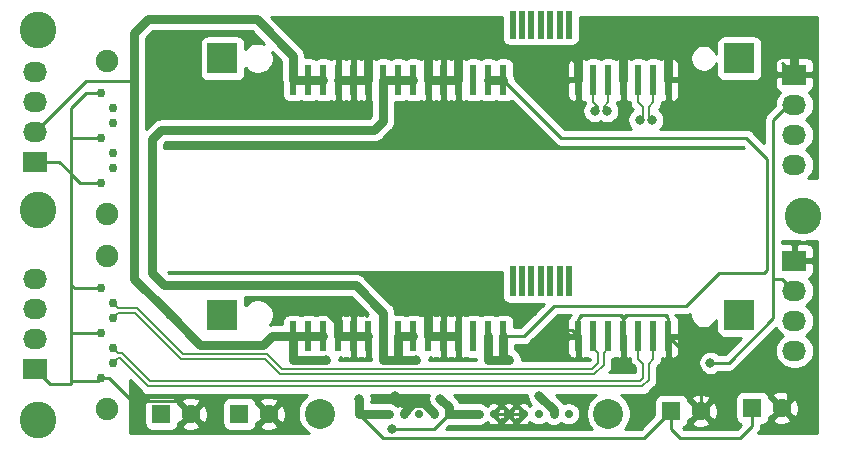
<source format=gbr>
%TF.GenerationSoftware,KiCad,Pcbnew,(5.1.10)-1*%
%TF.CreationDate,2021-07-17T21:47:49+08:00*%
%TF.ProjectId,2.5_SAS_Backend,322e355f-5341-4535-9f42-61636b656e64,rev?*%
%TF.SameCoordinates,Original*%
%TF.FileFunction,Copper,L2,Bot*%
%TF.FilePolarity,Positive*%
%FSLAX46Y46*%
G04 Gerber Fmt 4.6, Leading zero omitted, Abs format (unit mm)*
G04 Created by KiCad (PCBNEW (5.1.10)-1) date 2021-07-17 21:47:49*
%MOMM*%
%LPD*%
G01*
G04 APERTURE LIST*
%TA.AperFunction,WasherPad*%
%ADD10C,1.900000*%
%TD*%
%TA.AperFunction,ComponentPad*%
%ADD11C,0.750000*%
%TD*%
%TA.AperFunction,SMDPad,CuDef*%
%ADD12R,2.600000X2.600000*%
%TD*%
%TA.AperFunction,SMDPad,CuDef*%
%ADD13R,0.600000X2.530000*%
%TD*%
%TA.AperFunction,SMDPad,CuDef*%
%ADD14R,0.500000X2.530000*%
%TD*%
%TA.AperFunction,ComponentPad*%
%ADD15C,0.700000*%
%TD*%
%TA.AperFunction,WasherPad*%
%ADD16C,2.540000*%
%TD*%
%TA.AperFunction,ComponentPad*%
%ADD17C,1.600000*%
%TD*%
%TA.AperFunction,ComponentPad*%
%ADD18R,1.600000X1.600000*%
%TD*%
%TA.AperFunction,ComponentPad*%
%ADD19R,2.030000X1.730000*%
%TD*%
%TA.AperFunction,ComponentPad*%
%ADD20O,2.030000X1.730000*%
%TD*%
%TA.AperFunction,SMDPad,CuDef*%
%ADD21R,0.500000X2.330000*%
%TD*%
%TA.AperFunction,ViaPad*%
%ADD22C,3.100000*%
%TD*%
%TA.AperFunction,ViaPad*%
%ADD23C,0.800000*%
%TD*%
%TA.AperFunction,Conductor*%
%ADD24C,0.250000*%
%TD*%
%TA.AperFunction,Conductor*%
%ADD25C,0.750000*%
%TD*%
%TA.AperFunction,Conductor*%
%ADD26C,0.200000*%
%TD*%
%TA.AperFunction,Conductor*%
%ADD27C,0.254000*%
%TD*%
%TA.AperFunction,Conductor*%
%ADD28C,0.100000*%
%TD*%
G04 APERTURE END LIST*
D10*
%TO.P,U5,*%
%TO.N,*%
X40132000Y-63874000D03*
X40132000Y-50934000D03*
D11*
%TO.P,U5,1*%
%TO.N,GND*%
X39632000Y-61214000D03*
%TO.P,U5,2*%
%TO.N,/S2_TXD_P*%
X40632000Y-59944000D03*
%TO.P,U5,3*%
%TO.N,/S2_TXD_N*%
X40632000Y-58674000D03*
%TO.P,U5,4*%
%TO.N,GND*%
X39632000Y-57404000D03*
%TO.P,U5,5*%
%TO.N,/S2_RXD_N*%
X40632000Y-56134000D03*
%TO.P,U5,6*%
%TO.N,/S2_RXD_P*%
X40632000Y-54864000D03*
%TO.P,U5,7*%
%TO.N,GND*%
X39632000Y-53594000D03*
%TD*%
D10*
%TO.P,U3,*%
%TO.N,*%
X40132000Y-47364000D03*
X40132000Y-34424000D03*
D11*
%TO.P,U3,1*%
%TO.N,GND*%
X39632000Y-44704000D03*
%TO.P,U3,2*%
%TO.N,/S1_TXD_P*%
X40632000Y-43434000D03*
%TO.P,U3,3*%
%TO.N,/S1_TXD_N*%
X40632000Y-42164000D03*
%TO.P,U3,4*%
%TO.N,GND*%
X39632000Y-40894000D03*
%TO.P,U3,5*%
%TO.N,/S1_RXD_N*%
X40632000Y-39624000D03*
%TO.P,U3,6*%
%TO.N,/S1_RXD_P*%
X40632000Y-38354000D03*
%TO.P,U3,7*%
%TO.N,GND*%
X39632000Y-37084000D03*
%TD*%
D12*
%TO.P,U4,*%
%TO.N,*%
X93630000Y-55880000D03*
X49880000Y-55880000D03*
D13*
%TO.P,U4,1*%
%TO.N,GND*%
X87630000Y-57710000D03*
%TO.P,U4,2*%
%TO.N,/S2_TXD_P*%
X86360000Y-57710000D03*
%TO.P,U4,3*%
%TO.N,/S2_TXD_N*%
X85090000Y-57710000D03*
%TO.P,U4,4*%
%TO.N,GND*%
X83820000Y-57710000D03*
%TO.P,U4,5*%
%TO.N,/S2_RXD_N*%
X82550000Y-57710000D03*
%TO.P,U4,6*%
%TO.N,/S2_RXD_P*%
X81280000Y-57710000D03*
%TO.P,U4,7*%
%TO.N,GND*%
X80010000Y-57710000D03*
D14*
%TO.P,U4,8*%
%TO.N,N/C*%
X79235000Y-53040000D03*
%TO.P,U4,9*%
X78435000Y-53040000D03*
%TO.P,U4,10*%
X77635000Y-53040000D03*
%TO.P,U4,11*%
X76835000Y-53040000D03*
%TO.P,U4,12*%
X76035000Y-53040000D03*
%TO.P,U4,13*%
X75235000Y-53040000D03*
%TO.P,U4,14*%
X74435000Y-53040000D03*
D13*
%TO.P,U4,15*%
%TO.N,+3V3*%
X73660000Y-57710000D03*
%TO.P,U4,16*%
X72390000Y-57710000D03*
%TO.P,U4,17*%
%TO.N,N/C*%
X71120000Y-57710000D03*
%TO.P,U4,18*%
%TO.N,GND*%
X69850000Y-57710000D03*
%TO.P,U4,19*%
X68580000Y-57710000D03*
%TO.P,U4,20*%
X67310000Y-57710000D03*
%TO.P,U4,21*%
%TO.N,+5V*%
X66040000Y-57710000D03*
%TO.P,U4,22*%
X64770000Y-57710000D03*
%TO.P,U4,23*%
X63500000Y-57710000D03*
%TO.P,U4,24*%
%TO.N,GND*%
X62230000Y-57710000D03*
%TO.P,U4,25*%
X60960000Y-57710000D03*
%TO.P,U4,26*%
X59690000Y-57710000D03*
%TO.P,U4,27*%
%TO.N,+12V*%
X58420000Y-57710000D03*
%TO.P,U4,28*%
X57150000Y-57710000D03*
%TO.P,U4,29*%
X55880000Y-57710000D03*
%TD*%
D15*
%TO.P,U2,14*%
%TO.N,+12V*%
X62680000Y-64262000D03*
%TO.P,U2,13*%
X63950000Y-64262000D03*
%TO.P,U2,15*%
X61410000Y-64262000D03*
%TO.P,U2,10*%
%TO.N,GND*%
X67760000Y-64262000D03*
%TO.P,U2,12*%
X65220000Y-64262000D03*
%TO.P,U2,11*%
%TO.N,N/C*%
X66490000Y-64262000D03*
%TO.P,U2,9*%
%TO.N,+5V*%
X69030000Y-64262000D03*
%TO.P,U2,8*%
X70300000Y-64262000D03*
%TO.P,U2,7*%
X71570000Y-64262000D03*
%TO.P,U2,6*%
%TO.N,GND*%
X72840000Y-64262000D03*
%TO.P,U2,5*%
X74110000Y-64262000D03*
%TO.P,U2,4*%
X75380000Y-64262000D03*
%TO.P,U2,3*%
%TO.N,N/C*%
X76650000Y-64262000D03*
%TO.P,U2,2*%
%TO.N,+3V3*%
X77920000Y-64262000D03*
%TO.P,U2,1*%
X79190000Y-64262000D03*
D16*
%TO.P,U2,*%
%TO.N,*%
X58140600Y-64262000D03*
X82550000Y-64262000D03*
%TD*%
D17*
%TO.P,5V_C2,2*%
%TO.N,GND*%
X53808000Y-64262000D03*
D18*
%TO.P,5V_C2,1*%
%TO.N,+5V*%
X51308000Y-64262000D03*
%TD*%
D17*
%TO.P,12V_C3,2*%
%TO.N,GND*%
X90384000Y-64008000D03*
D18*
%TO.P,12V_C3,1*%
%TO.N,+12V*%
X87884000Y-64008000D03*
%TD*%
D17*
%TO.P,12V_C4,2*%
%TO.N,GND*%
X97242000Y-63754000D03*
D18*
%TO.P,12V_C4,1*%
%TO.N,+12V*%
X94742000Y-63754000D03*
%TD*%
D19*
%TO.P,M1,1*%
%TO.N,GND*%
X98298000Y-51308000D03*
D20*
%TO.P,M1,2*%
%TO.N,+5V*%
X98298000Y-53848000D03*
%TO.P,M1,3*%
%TO.N,N/C*%
X98298000Y-56388000D03*
%TO.P,M1,4*%
X98298000Y-58928000D03*
%TD*%
D19*
%TO.P,M2,1*%
%TO.N,GND*%
X98298000Y-35560000D03*
D20*
%TO.P,M2,2*%
%TO.N,+5V*%
X98298000Y-38100000D03*
%TO.P,M2,3*%
%TO.N,N/C*%
X98298000Y-40640000D03*
%TO.P,M2,4*%
X98298000Y-43180000D03*
%TD*%
D19*
%TO.P,M3,1*%
%TO.N,GND*%
X34036000Y-42926000D03*
D20*
%TO.P,M3,2*%
%TO.N,+12V*%
X34036000Y-40386000D03*
%TO.P,M3,3*%
%TO.N,N/C*%
X34036000Y-37846000D03*
%TO.P,M3,4*%
X34036000Y-35306000D03*
%TD*%
D19*
%TO.P,M4,1*%
%TO.N,GND*%
X34036000Y-60452000D03*
D20*
%TO.P,M4,2*%
%TO.N,+12V*%
X34036000Y-57912000D03*
%TO.P,M4,3*%
%TO.N,N/C*%
X34036000Y-55372000D03*
%TO.P,M4,4*%
X34036000Y-52832000D03*
%TD*%
D17*
%TO.P,5V_C1,2*%
%TO.N,GND*%
X47204000Y-64262000D03*
D18*
%TO.P,5V_C1,1*%
%TO.N,+5V*%
X44704000Y-64262000D03*
%TD*%
D12*
%TO.P,U1,*%
%TO.N,*%
X93630000Y-34163000D03*
X49880000Y-34163000D03*
D13*
%TO.P,U1,1*%
%TO.N,GND*%
X87630000Y-35993000D03*
%TO.P,U1,2*%
%TO.N,/S1_TXD_P*%
X86360000Y-35993000D03*
%TO.P,U1,3*%
%TO.N,/S1_TXD_N*%
X85090000Y-35993000D03*
%TO.P,U1,4*%
%TO.N,GND*%
X83820000Y-35993000D03*
%TO.P,U1,5*%
%TO.N,/S1_RXD_N*%
X82550000Y-35993000D03*
%TO.P,U1,6*%
%TO.N,/S1_RXD_P*%
X81280000Y-35993000D03*
%TO.P,U1,7*%
%TO.N,GND*%
X80010000Y-35993000D03*
D21*
%TO.P,U1,8*%
%TO.N,N/C*%
X79235000Y-31323000D03*
%TO.P,U1,9*%
X78435000Y-31323000D03*
%TO.P,U1,10*%
X77635000Y-31323000D03*
%TO.P,U1,11*%
X76835000Y-31323000D03*
%TO.P,U1,12*%
X76035000Y-31323000D03*
%TO.P,U1,13*%
X75235000Y-31323000D03*
%TO.P,U1,14*%
X74435000Y-31323000D03*
D13*
%TO.P,U1,15*%
%TO.N,+3V3*%
X73660000Y-35993000D03*
%TO.P,U1,16*%
X72390000Y-35993000D03*
%TO.P,U1,17*%
%TO.N,N/C*%
X71120000Y-35993000D03*
%TO.P,U1,18*%
%TO.N,GND*%
X69850000Y-35993000D03*
%TO.P,U1,19*%
X68580000Y-35993000D03*
%TO.P,U1,20*%
X67310000Y-35993000D03*
%TO.P,U1,21*%
%TO.N,+5V*%
X66040000Y-35993000D03*
%TO.P,U1,22*%
X64770000Y-35993000D03*
%TO.P,U1,23*%
X63500000Y-35993000D03*
%TO.P,U1,24*%
%TO.N,GND*%
X62230000Y-35993000D03*
%TO.P,U1,25*%
X60960000Y-35993000D03*
%TO.P,U1,26*%
X59690000Y-35993000D03*
%TO.P,U1,27*%
%TO.N,+12V*%
X58420000Y-35993000D03*
%TO.P,U1,28*%
X57150000Y-35993000D03*
%TO.P,U1,29*%
X55880000Y-35993000D03*
%TD*%
D22*
%TO.N,*%
X34290000Y-64770000D03*
X99060000Y-47498000D03*
X34290000Y-46990000D03*
X34290000Y-31750000D03*
D23*
%TO.N,+12V*%
X61468000Y-62992000D03*
X58674000Y-59690000D03*
%TO.N,GND*%
X58420000Y-55118000D03*
X65532000Y-53848000D03*
X76200000Y-55626000D03*
X77724000Y-57150000D03*
X64516000Y-62738000D03*
%TO.N,+5V*%
X66294000Y-59690000D03*
X64262000Y-65532000D03*
X91186000Y-59944000D03*
X68326000Y-62992000D03*
%TO.N,+3V3*%
X74168000Y-59690000D03*
X76708000Y-62738000D03*
%TO.N,/S1_TXD_P*%
X86250000Y-39370000D03*
%TO.N,/S1_TXD_N*%
X85200000Y-39370000D03*
%TO.N,/S1_RXD_N*%
X82440000Y-38608000D03*
%TO.N,/S1_RXD_P*%
X81390000Y-38608000D03*
%TD*%
D24*
%TO.N,+12V*%
X85598000Y-66294000D02*
X87884000Y-64008000D01*
X88646000Y-66294000D02*
X93726000Y-66294000D01*
X63442000Y-66294000D02*
X85598000Y-66294000D01*
X87884000Y-65532000D02*
X88646000Y-66294000D01*
X61410000Y-64262000D02*
X63442000Y-66294000D01*
X93726000Y-66294000D02*
X94742000Y-65278000D01*
D25*
X61410000Y-63050000D02*
X61468000Y-62992000D01*
D24*
X87884000Y-64008000D02*
X87884000Y-65532000D01*
D25*
X57150000Y-35993000D02*
X58420000Y-35993000D01*
X62680000Y-64262000D02*
X63950000Y-64262000D01*
X61410000Y-64262000D02*
X61410000Y-63050000D01*
X61410000Y-64262000D02*
X62680000Y-64262000D01*
X45085000Y-55499000D02*
X42418000Y-52832000D01*
D24*
X38354000Y-36068000D02*
X42164000Y-36068000D01*
D25*
X55880000Y-57710000D02*
X54050000Y-57710000D01*
D24*
X33782000Y-40386000D02*
X34036000Y-40386000D01*
D25*
X55880000Y-33978000D02*
X55880000Y-35993000D01*
X57150000Y-57710000D02*
X58420000Y-57710000D01*
X48006000Y-58420000D02*
X45085000Y-55499000D01*
X55880000Y-35993000D02*
X57150000Y-35993000D01*
X55880000Y-57710000D02*
X57150000Y-57710000D01*
X45468808Y-55882808D02*
X45085000Y-55499000D01*
D24*
X94742000Y-65278000D02*
X94742000Y-63754000D01*
D25*
X55880000Y-59690000D02*
X55880000Y-57710000D01*
X58674000Y-59690000D02*
X55880000Y-59690000D01*
D24*
X34036000Y-40386000D02*
X38354000Y-36068000D01*
D25*
X54050000Y-57710000D02*
X53340000Y-58420000D01*
X53340000Y-58420000D02*
X48006000Y-58420000D01*
D24*
X33782000Y-57912000D02*
X34036000Y-57912000D01*
X42164000Y-36068000D02*
X42418000Y-36322000D01*
D25*
X42418000Y-52832000D02*
X42418000Y-36322000D01*
X42418000Y-32004000D02*
X43561000Y-30861000D01*
X42418000Y-36322000D02*
X42418000Y-32004000D01*
X43561000Y-30861000D02*
X52763000Y-30861000D01*
X52763000Y-30861000D02*
X55880000Y-33978000D01*
%TO.N,GND*%
X90297000Y-31115000D02*
X96520000Y-31115000D01*
D24*
X47204000Y-64262000D02*
X48728000Y-62738000D01*
D25*
X67310000Y-55626000D02*
X65532000Y-53848000D01*
X69850000Y-35993000D02*
X69850000Y-34036000D01*
X60960000Y-35993000D02*
X62230000Y-35993000D01*
X67760000Y-64162998D02*
X67760000Y-64262000D01*
D24*
X72840000Y-64262000D02*
X72840000Y-64574000D01*
D25*
X83624000Y-33782000D02*
X87757000Y-33782000D01*
X67310000Y-35993000D02*
X68580000Y-35993000D01*
X65114999Y-63336999D02*
X64516000Y-62738000D01*
X80206000Y-33782000D02*
X83624000Y-33782000D01*
X83624000Y-33782000D02*
X83820000Y-33978000D01*
X67310000Y-57710000D02*
X67310000Y-55626000D01*
X83820000Y-33978000D02*
X83820000Y-35993000D01*
X62230000Y-33655000D02*
X62865000Y-33020000D01*
X66352000Y-33020000D02*
X67310000Y-33978000D01*
X59690000Y-57710000D02*
X59690000Y-56388000D01*
X66045999Y-63336999D02*
X65114999Y-63336999D01*
X66045999Y-63336999D02*
X66934001Y-63336999D01*
D24*
X48728000Y-62738000D02*
X52284000Y-62738000D01*
D25*
X67310000Y-33978000D02*
X67310000Y-35993000D01*
X80010000Y-34417000D02*
X80010000Y-35993000D01*
X69850000Y-34036000D02*
X70231000Y-33655000D01*
X62230000Y-35993000D02*
X62230000Y-33655000D01*
X68580000Y-35993000D02*
X69850000Y-35993000D01*
X59690000Y-35993000D02*
X60960000Y-35993000D01*
X65220000Y-64162998D02*
X66045999Y-63336999D01*
X65220000Y-64262000D02*
X65220000Y-64162998D01*
X66934001Y-63336999D02*
X67760000Y-64162998D01*
D24*
X67310000Y-55626000D02*
X76200000Y-55626000D01*
X77724000Y-57150000D02*
X79450000Y-57150000D01*
X79450000Y-57150000D02*
X80010000Y-57710000D01*
X37084000Y-43942000D02*
X37084000Y-53340000D01*
X90384000Y-64008000D02*
X90384000Y-62016000D01*
D25*
X59690000Y-56388000D02*
X58420000Y-55118000D01*
D24*
X69544000Y-57710000D02*
X69850000Y-57710000D01*
D25*
X67310000Y-57710000D02*
X68580000Y-57710000D01*
X60960000Y-57710000D02*
X62230000Y-57710000D01*
X68580000Y-57710000D02*
X69544000Y-57710000D01*
D24*
X90384000Y-62016000D02*
X91440000Y-60960000D01*
D25*
X80010000Y-33978000D02*
X80206000Y-33782000D01*
D24*
X97282000Y-34544000D02*
X98298000Y-35560000D01*
D25*
X59690000Y-57710000D02*
X60960000Y-57710000D01*
X87757000Y-33655000D02*
X90297000Y-31115000D01*
D24*
X52284000Y-62738000D02*
X53808000Y-64262000D01*
D25*
X87757000Y-33782000D02*
X87757000Y-33655000D01*
X80010000Y-35993000D02*
X80010000Y-33978000D01*
X79248000Y-33655000D02*
X80010000Y-34417000D01*
X62865000Y-33020000D02*
X66352000Y-33020000D01*
X70231000Y-33655000D02*
X79248000Y-33655000D01*
D24*
X90384000Y-60464000D02*
X87630000Y-57710000D01*
X74110000Y-64262000D02*
X75380000Y-64262000D01*
X91440000Y-60960000D02*
X97790000Y-60960000D01*
X84135000Y-55880000D02*
X87315000Y-55880000D01*
X87315000Y-55880000D02*
X87630000Y-56195000D01*
X83820000Y-56195000D02*
X83820000Y-57710000D01*
X87630000Y-56195000D02*
X87630000Y-57710000D01*
X83820000Y-56195000D02*
X84135000Y-55880000D01*
X97790000Y-60960000D02*
X97790000Y-63206000D01*
X97790000Y-63206000D02*
X97242000Y-63754000D01*
X90384000Y-64008000D02*
X90384000Y-60464000D01*
X72840000Y-64262000D02*
X74110000Y-64262000D01*
X80325000Y-55880000D02*
X83505000Y-55880000D01*
X83505000Y-55880000D02*
X83820000Y-56195000D01*
X80010000Y-57710000D02*
X80010000Y-56195000D01*
X80010000Y-56195000D02*
X80325000Y-55880000D01*
X34036000Y-42926000D02*
X36068000Y-42926000D01*
X35306000Y-61722000D02*
X34036000Y-60452000D01*
X37084000Y-61722000D02*
X35306000Y-61722000D01*
D25*
X87630000Y-35993000D02*
X87630000Y-33782000D01*
D24*
X36957000Y-43815000D02*
X37084000Y-43942000D01*
X37084000Y-53340000D02*
X37084000Y-55626000D01*
X36068000Y-42926000D02*
X36957000Y-43815000D01*
D25*
X87630000Y-33782000D02*
X87757000Y-33655000D01*
X96520000Y-31115000D02*
X98298000Y-32893000D01*
X98298000Y-32893000D02*
X98298000Y-35560000D01*
D24*
X37084000Y-55626000D02*
X37084000Y-57404000D01*
X37084000Y-57404000D02*
X37084000Y-57912000D01*
X46078999Y-63136999D02*
X47204000Y-64262000D01*
X42196999Y-63136999D02*
X46078999Y-63136999D01*
X37204000Y-53460000D02*
X37084000Y-53340000D01*
X39378000Y-61468000D02*
X39632000Y-61214000D01*
X37084000Y-61468000D02*
X39378000Y-61468000D01*
X37084000Y-57912000D02*
X37084000Y-61468000D01*
X37084000Y-61468000D02*
X37084000Y-61722000D01*
X40274000Y-61214000D02*
X42196999Y-63136999D01*
X39632000Y-61214000D02*
X40274000Y-61214000D01*
X39632000Y-57404000D02*
X37084000Y-57404000D01*
X37338000Y-53594000D02*
X37204000Y-53460000D01*
X39632000Y-53594000D02*
X37338000Y-53594000D01*
X38354000Y-37084000D02*
X39632000Y-37084000D01*
X37084000Y-38354000D02*
X38354000Y-37084000D01*
X39632000Y-40894000D02*
X37084000Y-40894000D01*
X37084000Y-40894000D02*
X37084000Y-38354000D01*
X37084000Y-43942000D02*
X37084000Y-40894000D01*
X37846000Y-44704000D02*
X37084000Y-43942000D01*
X39632000Y-44704000D02*
X37846000Y-44704000D01*
D25*
%TO.N,+5V*%
X63500000Y-39497000D02*
X63500000Y-35993000D01*
X63500000Y-57710000D02*
X63500000Y-55695000D01*
X44704000Y-40259000D02*
X62738000Y-40259000D01*
X61145000Y-53340000D02*
X44958000Y-53340000D01*
X44958000Y-53340000D02*
X43942000Y-52324000D01*
X64770000Y-35993000D02*
X66040000Y-35993000D01*
X43942000Y-52324000D02*
X43942000Y-41021000D01*
X43942000Y-41021000D02*
X44704000Y-40259000D01*
X62738000Y-40259000D02*
X63500000Y-39497000D01*
X63500000Y-55695000D02*
X61145000Y-53340000D01*
D24*
X67760000Y-65532000D02*
X64262000Y-65532000D01*
D25*
X64770000Y-57710000D02*
X66040000Y-57710000D01*
X66294000Y-59690000D02*
X64770000Y-59690000D01*
X63500000Y-35993000D02*
X64770000Y-35993000D01*
D24*
X97790000Y-38100000D02*
X96520000Y-39370000D01*
X96520000Y-52832000D02*
X97282000Y-52832000D01*
D25*
X63500000Y-57710000D02*
X63500000Y-59690000D01*
D24*
X92751002Y-59944000D02*
X91186000Y-59944000D01*
X96520000Y-52832000D02*
X96520000Y-56175002D01*
X96520000Y-56175002D02*
X92751002Y-59944000D01*
X97282000Y-52832000D02*
X98298000Y-53848000D01*
D25*
X69030000Y-64262000D02*
X70300000Y-64262000D01*
D24*
X96520000Y-39370000D02*
X96520000Y-52832000D01*
D25*
X69030000Y-63696000D02*
X68326000Y-62992000D01*
D24*
X69030000Y-64262000D02*
X67760000Y-65532000D01*
X98298000Y-38100000D02*
X97790000Y-38100000D01*
D25*
X64770000Y-59690000D02*
X63500000Y-59690000D01*
X69030000Y-64262000D02*
X69030000Y-63696000D01*
X70300000Y-64262000D02*
X71570000Y-64262000D01*
X64770000Y-59690000D02*
X64770000Y-57710000D01*
D24*
%TO.N,+3V3*%
X96012000Y-42672000D02*
X94234000Y-40894000D01*
D25*
X72390000Y-35993000D02*
X73660000Y-35993000D01*
X73660000Y-57710000D02*
X73660000Y-57658000D01*
D24*
X75386000Y-57710000D02*
X77978000Y-55118000D01*
X77978000Y-55118000D02*
X89154000Y-55118000D01*
D25*
X77920000Y-63950000D02*
X76708000Y-62738000D01*
D24*
X78561000Y-40894000D02*
X73660000Y-35993000D01*
X91948000Y-52324000D02*
X95758000Y-52324000D01*
D25*
X74168000Y-59690000D02*
X73660000Y-59690000D01*
D24*
X95758000Y-52324000D02*
X96012000Y-52070000D01*
X89154000Y-55118000D02*
X91948000Y-52324000D01*
D25*
X73660000Y-59690000D02*
X73660000Y-57710000D01*
D24*
X73660000Y-57710000D02*
X75386000Y-57710000D01*
D25*
X77920000Y-64262000D02*
X77920000Y-63950000D01*
D24*
X94234000Y-40894000D02*
X78561000Y-40894000D01*
D25*
X72390000Y-59690000D02*
X72390000Y-57710000D01*
D24*
X96012000Y-52070000D02*
X96012000Y-42672000D01*
D25*
X73660000Y-59690000D02*
X72390000Y-59690000D01*
D26*
%TO.N,/S1_TXD_P*%
X86360000Y-35993000D02*
X86360000Y-36958000D01*
X85950000Y-39070000D02*
X86250000Y-39370000D01*
X85950000Y-38300501D02*
X85950000Y-39070000D01*
X86360000Y-37890501D02*
X85950000Y-38300501D01*
X86360000Y-35993000D02*
X86360000Y-37890501D01*
%TO.N,/S1_TXD_N*%
X85090000Y-35993000D02*
X85090000Y-36958000D01*
X85500000Y-39070000D02*
X85200000Y-39370000D01*
X85500000Y-38300501D02*
X85500000Y-39070000D01*
X85090000Y-37890501D02*
X85500000Y-38300501D01*
X85090000Y-35993000D02*
X85090000Y-37890501D01*
%TO.N,/S1_RXD_N*%
X82550000Y-35993000D02*
X82550000Y-36958000D01*
X82550000Y-35993000D02*
X82550000Y-37890501D01*
X82140000Y-38300501D02*
X82140000Y-38308000D01*
X82140000Y-38308000D02*
X82440000Y-38608000D01*
X82550000Y-37890501D02*
X82140000Y-38300501D01*
%TO.N,/S1_RXD_P*%
X81280000Y-35993000D02*
X81280000Y-36958000D01*
X81690000Y-38308000D02*
X81390000Y-38608000D01*
X81690000Y-38300501D02*
X81690000Y-38308000D01*
X81280000Y-37890501D02*
X81690000Y-38300501D01*
X81280000Y-35993000D02*
X81280000Y-37890501D01*
%TO.N,/S2_TXD_P*%
X85950000Y-61434200D02*
X85437200Y-61947000D01*
X86360000Y-57710000D02*
X86360000Y-59607501D01*
X86360000Y-59607501D02*
X85950000Y-60017501D01*
X85950000Y-60017501D02*
X85950000Y-61434200D01*
X85437200Y-61947000D02*
X43594800Y-61947000D01*
X41181800Y-59534000D02*
X41042000Y-59534000D01*
X41042000Y-59534000D02*
X40632000Y-59944000D01*
X43594800Y-61947000D02*
X41181800Y-59534000D01*
%TO.N,/S2_TXD_N*%
X85250800Y-61497000D02*
X43781200Y-61497000D01*
X85090000Y-57710000D02*
X85090000Y-59607501D01*
X85500000Y-60017501D02*
X85500000Y-61247800D01*
X85500000Y-61247800D02*
X85250800Y-61497000D01*
X85090000Y-59607501D02*
X85500000Y-60017501D01*
X41042000Y-59084000D02*
X40632000Y-58674000D01*
X43781200Y-61497000D02*
X41368200Y-59084000D01*
X41368200Y-59084000D02*
X41042000Y-59084000D01*
%TO.N,/S2_RXD_N*%
X54770800Y-60931000D02*
X53500800Y-59661000D01*
X81373200Y-60931000D02*
X54770800Y-60931000D01*
X82140000Y-60164200D02*
X81373200Y-60931000D01*
X53500800Y-59661000D02*
X46388800Y-59661000D01*
X82550000Y-57710000D02*
X82550000Y-58675000D01*
X82550000Y-58675000D02*
X82140000Y-59085000D01*
X82140000Y-59085000D02*
X82140000Y-60164200D01*
X42451800Y-55724000D02*
X41042000Y-55724000D01*
X41042000Y-55724000D02*
X40632000Y-56134000D01*
X46388800Y-59661000D02*
X42451800Y-55724000D01*
%TO.N,/S2_RXD_P*%
X53687200Y-59211000D02*
X46575200Y-59211000D01*
X81280000Y-57710000D02*
X81280000Y-58675000D01*
X81280000Y-58675000D02*
X81690000Y-59085000D01*
X81690000Y-59085000D02*
X81690000Y-59977800D01*
X81690000Y-59977800D02*
X81186800Y-60481000D01*
X54957200Y-60481000D02*
X53687200Y-59211000D01*
X81186800Y-60481000D02*
X54957200Y-60481000D01*
X41042000Y-55274000D02*
X40632000Y-54864000D01*
X42638200Y-55274000D02*
X41042000Y-55274000D01*
X46575200Y-59211000D02*
X42638200Y-55274000D01*
%TD*%
D27*
%TO.N,GND*%
X43049546Y-62441193D02*
X43072562Y-62469238D01*
X43184480Y-62561087D01*
X43312167Y-62629337D01*
X43450715Y-62671365D01*
X43558695Y-62682000D01*
X43558704Y-62682000D01*
X43594799Y-62685555D01*
X43630894Y-62682000D01*
X57076328Y-62682000D01*
X56926234Y-62782290D01*
X56660890Y-63047634D01*
X56452411Y-63359644D01*
X56308809Y-63706332D01*
X56235600Y-64074374D01*
X56235600Y-64449626D01*
X56308809Y-64817668D01*
X56452411Y-65164356D01*
X56660890Y-65476366D01*
X56926234Y-65741710D01*
X57182587Y-65913000D01*
X42037000Y-65913000D01*
X42037000Y-63462000D01*
X43265928Y-63462000D01*
X43265928Y-65062000D01*
X43278188Y-65186482D01*
X43314498Y-65306180D01*
X43373463Y-65416494D01*
X43452815Y-65513185D01*
X43549506Y-65592537D01*
X43659820Y-65651502D01*
X43779518Y-65687812D01*
X43904000Y-65700072D01*
X45504000Y-65700072D01*
X45628482Y-65687812D01*
X45748180Y-65651502D01*
X45858494Y-65592537D01*
X45955185Y-65513185D01*
X46034537Y-65416494D01*
X46093502Y-65306180D01*
X46109117Y-65254702D01*
X46390903Y-65254702D01*
X46462486Y-65498671D01*
X46717996Y-65619571D01*
X46992184Y-65688300D01*
X47274512Y-65702217D01*
X47554130Y-65660787D01*
X47820292Y-65565603D01*
X47945514Y-65498671D01*
X48017097Y-65254702D01*
X47204000Y-64441605D01*
X46390903Y-65254702D01*
X46109117Y-65254702D01*
X46129812Y-65186482D01*
X46142072Y-65062000D01*
X46142072Y-65054785D01*
X46211298Y-65075097D01*
X47024395Y-64262000D01*
X47383605Y-64262000D01*
X48196702Y-65075097D01*
X48440671Y-65003514D01*
X48561571Y-64748004D01*
X48630300Y-64473816D01*
X48644217Y-64191488D01*
X48602787Y-63911870D01*
X48507603Y-63645708D01*
X48440671Y-63520486D01*
X48241340Y-63462000D01*
X49869928Y-63462000D01*
X49869928Y-65062000D01*
X49882188Y-65186482D01*
X49918498Y-65306180D01*
X49977463Y-65416494D01*
X50056815Y-65513185D01*
X50153506Y-65592537D01*
X50263820Y-65651502D01*
X50383518Y-65687812D01*
X50508000Y-65700072D01*
X52108000Y-65700072D01*
X52232482Y-65687812D01*
X52352180Y-65651502D01*
X52462494Y-65592537D01*
X52559185Y-65513185D01*
X52638537Y-65416494D01*
X52697502Y-65306180D01*
X52713117Y-65254702D01*
X52994903Y-65254702D01*
X53066486Y-65498671D01*
X53321996Y-65619571D01*
X53596184Y-65688300D01*
X53878512Y-65702217D01*
X54158130Y-65660787D01*
X54424292Y-65565603D01*
X54549514Y-65498671D01*
X54621097Y-65254702D01*
X53808000Y-64441605D01*
X52994903Y-65254702D01*
X52713117Y-65254702D01*
X52733812Y-65186482D01*
X52746072Y-65062000D01*
X52746072Y-65054785D01*
X52815298Y-65075097D01*
X53628395Y-64262000D01*
X53987605Y-64262000D01*
X54800702Y-65075097D01*
X55044671Y-65003514D01*
X55165571Y-64748004D01*
X55234300Y-64473816D01*
X55248217Y-64191488D01*
X55206787Y-63911870D01*
X55111603Y-63645708D01*
X55044671Y-63520486D01*
X54800702Y-63448903D01*
X53987605Y-64262000D01*
X53628395Y-64262000D01*
X52815298Y-63448903D01*
X52746072Y-63469215D01*
X52746072Y-63462000D01*
X52733812Y-63337518D01*
X52713118Y-63269298D01*
X52994903Y-63269298D01*
X53808000Y-64082395D01*
X54621097Y-63269298D01*
X54549514Y-63025329D01*
X54294004Y-62904429D01*
X54019816Y-62835700D01*
X53737488Y-62821783D01*
X53457870Y-62863213D01*
X53191708Y-62958397D01*
X53066486Y-63025329D01*
X52994903Y-63269298D01*
X52713118Y-63269298D01*
X52697502Y-63217820D01*
X52638537Y-63107506D01*
X52559185Y-63010815D01*
X52462494Y-62931463D01*
X52352180Y-62872498D01*
X52232482Y-62836188D01*
X52108000Y-62823928D01*
X50508000Y-62823928D01*
X50383518Y-62836188D01*
X50263820Y-62872498D01*
X50153506Y-62931463D01*
X50056815Y-63010815D01*
X49977463Y-63107506D01*
X49918498Y-63217820D01*
X49882188Y-63337518D01*
X49869928Y-63462000D01*
X48241340Y-63462000D01*
X48196702Y-63448903D01*
X47383605Y-64262000D01*
X47024395Y-64262000D01*
X46211298Y-63448903D01*
X46142072Y-63469215D01*
X46142072Y-63462000D01*
X46129812Y-63337518D01*
X46109118Y-63269298D01*
X46390903Y-63269298D01*
X47204000Y-64082395D01*
X48017097Y-63269298D01*
X47945514Y-63025329D01*
X47690004Y-62904429D01*
X47415816Y-62835700D01*
X47133488Y-62821783D01*
X46853870Y-62863213D01*
X46587708Y-62958397D01*
X46462486Y-63025329D01*
X46390903Y-63269298D01*
X46109118Y-63269298D01*
X46093502Y-63217820D01*
X46034537Y-63107506D01*
X45955185Y-63010815D01*
X45858494Y-62931463D01*
X45748180Y-62872498D01*
X45628482Y-62836188D01*
X45504000Y-62823928D01*
X43904000Y-62823928D01*
X43779518Y-62836188D01*
X43659820Y-62872498D01*
X43549506Y-62931463D01*
X43452815Y-63010815D01*
X43373463Y-63107506D01*
X43314498Y-63217820D01*
X43278188Y-63337518D01*
X43265928Y-63462000D01*
X42037000Y-63462000D01*
X42037000Y-61428647D01*
X43049546Y-62441193D01*
%TA.AperFunction,Conductor*%
D28*
G36*
X43049546Y-62441193D02*
G01*
X43072562Y-62469238D01*
X43184480Y-62561087D01*
X43312167Y-62629337D01*
X43450715Y-62671365D01*
X43558695Y-62682000D01*
X43558704Y-62682000D01*
X43594799Y-62685555D01*
X43630894Y-62682000D01*
X57076328Y-62682000D01*
X56926234Y-62782290D01*
X56660890Y-63047634D01*
X56452411Y-63359644D01*
X56308809Y-63706332D01*
X56235600Y-64074374D01*
X56235600Y-64449626D01*
X56308809Y-64817668D01*
X56452411Y-65164356D01*
X56660890Y-65476366D01*
X56926234Y-65741710D01*
X57182587Y-65913000D01*
X42037000Y-65913000D01*
X42037000Y-63462000D01*
X43265928Y-63462000D01*
X43265928Y-65062000D01*
X43278188Y-65186482D01*
X43314498Y-65306180D01*
X43373463Y-65416494D01*
X43452815Y-65513185D01*
X43549506Y-65592537D01*
X43659820Y-65651502D01*
X43779518Y-65687812D01*
X43904000Y-65700072D01*
X45504000Y-65700072D01*
X45628482Y-65687812D01*
X45748180Y-65651502D01*
X45858494Y-65592537D01*
X45955185Y-65513185D01*
X46034537Y-65416494D01*
X46093502Y-65306180D01*
X46109117Y-65254702D01*
X46390903Y-65254702D01*
X46462486Y-65498671D01*
X46717996Y-65619571D01*
X46992184Y-65688300D01*
X47274512Y-65702217D01*
X47554130Y-65660787D01*
X47820292Y-65565603D01*
X47945514Y-65498671D01*
X48017097Y-65254702D01*
X47204000Y-64441605D01*
X46390903Y-65254702D01*
X46109117Y-65254702D01*
X46129812Y-65186482D01*
X46142072Y-65062000D01*
X46142072Y-65054785D01*
X46211298Y-65075097D01*
X47024395Y-64262000D01*
X47383605Y-64262000D01*
X48196702Y-65075097D01*
X48440671Y-65003514D01*
X48561571Y-64748004D01*
X48630300Y-64473816D01*
X48644217Y-64191488D01*
X48602787Y-63911870D01*
X48507603Y-63645708D01*
X48440671Y-63520486D01*
X48241340Y-63462000D01*
X49869928Y-63462000D01*
X49869928Y-65062000D01*
X49882188Y-65186482D01*
X49918498Y-65306180D01*
X49977463Y-65416494D01*
X50056815Y-65513185D01*
X50153506Y-65592537D01*
X50263820Y-65651502D01*
X50383518Y-65687812D01*
X50508000Y-65700072D01*
X52108000Y-65700072D01*
X52232482Y-65687812D01*
X52352180Y-65651502D01*
X52462494Y-65592537D01*
X52559185Y-65513185D01*
X52638537Y-65416494D01*
X52697502Y-65306180D01*
X52713117Y-65254702D01*
X52994903Y-65254702D01*
X53066486Y-65498671D01*
X53321996Y-65619571D01*
X53596184Y-65688300D01*
X53878512Y-65702217D01*
X54158130Y-65660787D01*
X54424292Y-65565603D01*
X54549514Y-65498671D01*
X54621097Y-65254702D01*
X53808000Y-64441605D01*
X52994903Y-65254702D01*
X52713117Y-65254702D01*
X52733812Y-65186482D01*
X52746072Y-65062000D01*
X52746072Y-65054785D01*
X52815298Y-65075097D01*
X53628395Y-64262000D01*
X53987605Y-64262000D01*
X54800702Y-65075097D01*
X55044671Y-65003514D01*
X55165571Y-64748004D01*
X55234300Y-64473816D01*
X55248217Y-64191488D01*
X55206787Y-63911870D01*
X55111603Y-63645708D01*
X55044671Y-63520486D01*
X54800702Y-63448903D01*
X53987605Y-64262000D01*
X53628395Y-64262000D01*
X52815298Y-63448903D01*
X52746072Y-63469215D01*
X52746072Y-63462000D01*
X52733812Y-63337518D01*
X52713118Y-63269298D01*
X52994903Y-63269298D01*
X53808000Y-64082395D01*
X54621097Y-63269298D01*
X54549514Y-63025329D01*
X54294004Y-62904429D01*
X54019816Y-62835700D01*
X53737488Y-62821783D01*
X53457870Y-62863213D01*
X53191708Y-62958397D01*
X53066486Y-63025329D01*
X52994903Y-63269298D01*
X52713118Y-63269298D01*
X52697502Y-63217820D01*
X52638537Y-63107506D01*
X52559185Y-63010815D01*
X52462494Y-62931463D01*
X52352180Y-62872498D01*
X52232482Y-62836188D01*
X52108000Y-62823928D01*
X50508000Y-62823928D01*
X50383518Y-62836188D01*
X50263820Y-62872498D01*
X50153506Y-62931463D01*
X50056815Y-63010815D01*
X49977463Y-63107506D01*
X49918498Y-63217820D01*
X49882188Y-63337518D01*
X49869928Y-63462000D01*
X48241340Y-63462000D01*
X48196702Y-63448903D01*
X47383605Y-64262000D01*
X47024395Y-64262000D01*
X46211298Y-63448903D01*
X46142072Y-63469215D01*
X46142072Y-63462000D01*
X46129812Y-63337518D01*
X46109118Y-63269298D01*
X46390903Y-63269298D01*
X47204000Y-64082395D01*
X48017097Y-63269298D01*
X47945514Y-63025329D01*
X47690004Y-62904429D01*
X47415816Y-62835700D01*
X47133488Y-62821783D01*
X46853870Y-62863213D01*
X46587708Y-62958397D01*
X46462486Y-63025329D01*
X46390903Y-63269298D01*
X46109118Y-63269298D01*
X46093502Y-63217820D01*
X46034537Y-63107506D01*
X45955185Y-63010815D01*
X45858494Y-62931463D01*
X45748180Y-62872498D01*
X45628482Y-62836188D01*
X45504000Y-62823928D01*
X43904000Y-62823928D01*
X43779518Y-62836188D01*
X43659820Y-62872498D01*
X43549506Y-62931463D01*
X43452815Y-63010815D01*
X43373463Y-63107506D01*
X43314498Y-63217820D01*
X43278188Y-63337518D01*
X43265928Y-63462000D01*
X42037000Y-63462000D01*
X42037000Y-61428647D01*
X43049546Y-62441193D01*
G37*
%TD.AperFunction*%
D27*
X98844796Y-49683000D02*
X99275204Y-49683000D01*
X99405914Y-49657000D01*
X100203000Y-49657000D01*
X100203000Y-65913000D01*
X95181802Y-65913000D01*
X95253004Y-65841798D01*
X95282001Y-65818001D01*
X95334526Y-65753999D01*
X95376974Y-65702277D01*
X95447546Y-65570247D01*
X95464855Y-65513185D01*
X95491003Y-65426986D01*
X95502000Y-65315333D01*
X95502000Y-65315323D01*
X95505676Y-65278000D01*
X95502000Y-65240678D01*
X95502000Y-65192072D01*
X95542000Y-65192072D01*
X95666482Y-65179812D01*
X95786180Y-65143502D01*
X95896494Y-65084537D01*
X95993185Y-65005185D01*
X96072537Y-64908494D01*
X96131502Y-64798180D01*
X96147117Y-64746702D01*
X96428903Y-64746702D01*
X96500486Y-64990671D01*
X96755996Y-65111571D01*
X97030184Y-65180300D01*
X97312512Y-65194217D01*
X97592130Y-65152787D01*
X97858292Y-65057603D01*
X97983514Y-64990671D01*
X98055097Y-64746702D01*
X97242000Y-63933605D01*
X96428903Y-64746702D01*
X96147117Y-64746702D01*
X96167812Y-64678482D01*
X96180072Y-64554000D01*
X96180072Y-64546785D01*
X96249298Y-64567097D01*
X97062395Y-63754000D01*
X97421605Y-63754000D01*
X98234702Y-64567097D01*
X98478671Y-64495514D01*
X98599571Y-64240004D01*
X98668300Y-63965816D01*
X98682217Y-63683488D01*
X98640787Y-63403870D01*
X98545603Y-63137708D01*
X98478671Y-63012486D01*
X98234702Y-62940903D01*
X97421605Y-63754000D01*
X97062395Y-63754000D01*
X96249298Y-62940903D01*
X96180072Y-62961215D01*
X96180072Y-62954000D01*
X96167812Y-62829518D01*
X96147118Y-62761298D01*
X96428903Y-62761298D01*
X97242000Y-63574395D01*
X98055097Y-62761298D01*
X97983514Y-62517329D01*
X97728004Y-62396429D01*
X97453816Y-62327700D01*
X97171488Y-62313783D01*
X96891870Y-62355213D01*
X96625708Y-62450397D01*
X96500486Y-62517329D01*
X96428903Y-62761298D01*
X96147118Y-62761298D01*
X96131502Y-62709820D01*
X96072537Y-62599506D01*
X95993185Y-62502815D01*
X95896494Y-62423463D01*
X95786180Y-62364498D01*
X95666482Y-62328188D01*
X95542000Y-62315928D01*
X93942000Y-62315928D01*
X93817518Y-62328188D01*
X93697820Y-62364498D01*
X93587506Y-62423463D01*
X93490815Y-62502815D01*
X93411463Y-62599506D01*
X93352498Y-62709820D01*
X93316188Y-62829518D01*
X93303928Y-62954000D01*
X93303928Y-64554000D01*
X93316188Y-64678482D01*
X93352498Y-64798180D01*
X93411463Y-64908494D01*
X93490815Y-65005185D01*
X93587506Y-65084537D01*
X93697820Y-65143502D01*
X93777520Y-65167679D01*
X93411199Y-65534000D01*
X88960802Y-65534000D01*
X88848480Y-65421679D01*
X88928180Y-65397502D01*
X89038494Y-65338537D01*
X89135185Y-65259185D01*
X89214537Y-65162494D01*
X89273502Y-65052180D01*
X89289117Y-65000702D01*
X89570903Y-65000702D01*
X89642486Y-65244671D01*
X89897996Y-65365571D01*
X90172184Y-65434300D01*
X90454512Y-65448217D01*
X90734130Y-65406787D01*
X91000292Y-65311603D01*
X91125514Y-65244671D01*
X91197097Y-65000702D01*
X90384000Y-64187605D01*
X89570903Y-65000702D01*
X89289117Y-65000702D01*
X89309812Y-64932482D01*
X89322072Y-64808000D01*
X89322072Y-64800785D01*
X89391298Y-64821097D01*
X90204395Y-64008000D01*
X90563605Y-64008000D01*
X91376702Y-64821097D01*
X91620671Y-64749514D01*
X91741571Y-64494004D01*
X91810300Y-64219816D01*
X91824217Y-63937488D01*
X91782787Y-63657870D01*
X91687603Y-63391708D01*
X91620671Y-63266486D01*
X91376702Y-63194903D01*
X90563605Y-64008000D01*
X90204395Y-64008000D01*
X89391298Y-63194903D01*
X89322072Y-63215215D01*
X89322072Y-63208000D01*
X89309812Y-63083518D01*
X89289118Y-63015298D01*
X89570903Y-63015298D01*
X90384000Y-63828395D01*
X91197097Y-63015298D01*
X91125514Y-62771329D01*
X90870004Y-62650429D01*
X90595816Y-62581700D01*
X90313488Y-62567783D01*
X90033870Y-62609213D01*
X89767708Y-62704397D01*
X89642486Y-62771329D01*
X89570903Y-63015298D01*
X89289118Y-63015298D01*
X89273502Y-62963820D01*
X89214537Y-62853506D01*
X89135185Y-62756815D01*
X89038494Y-62677463D01*
X88928180Y-62618498D01*
X88808482Y-62582188D01*
X88684000Y-62569928D01*
X87084000Y-62569928D01*
X86959518Y-62582188D01*
X86839820Y-62618498D01*
X86729506Y-62677463D01*
X86632815Y-62756815D01*
X86553463Y-62853506D01*
X86494498Y-62963820D01*
X86458188Y-63083518D01*
X86445928Y-63208000D01*
X86445928Y-64371270D01*
X85283199Y-65534000D01*
X83972076Y-65534000D01*
X84029710Y-65476366D01*
X84238189Y-65164356D01*
X84381791Y-64817668D01*
X84455000Y-64449626D01*
X84455000Y-64074374D01*
X84381791Y-63706332D01*
X84238189Y-63359644D01*
X84029710Y-63047634D01*
X83764366Y-62782290D01*
X83614272Y-62682000D01*
X85401095Y-62682000D01*
X85437200Y-62685556D01*
X85473305Y-62682000D01*
X85581285Y-62671365D01*
X85719833Y-62629337D01*
X85847520Y-62561087D01*
X85959438Y-62469238D01*
X85982458Y-62441188D01*
X86444192Y-61979454D01*
X86472238Y-61956438D01*
X86564087Y-61844520D01*
X86598770Y-61779633D01*
X86632337Y-61716834D01*
X86674365Y-61578285D01*
X86688556Y-61434200D01*
X86685000Y-61398095D01*
X86685000Y-60321947D01*
X86854187Y-60152760D01*
X86882238Y-60129739D01*
X86974087Y-60017821D01*
X87040625Y-59893337D01*
X87042337Y-59890135D01*
X87084365Y-59751586D01*
X87098556Y-59607501D01*
X87095000Y-59571396D01*
X87095000Y-59567287D01*
X87205518Y-59600812D01*
X87330000Y-59613072D01*
X87344250Y-59610000D01*
X87503000Y-59451250D01*
X87503000Y-57837000D01*
X87757000Y-57837000D01*
X87757000Y-59451250D01*
X87915750Y-59610000D01*
X87930000Y-59613072D01*
X88054482Y-59600812D01*
X88174180Y-59564502D01*
X88284494Y-59505537D01*
X88381185Y-59426185D01*
X88460537Y-59329494D01*
X88519502Y-59219180D01*
X88555812Y-59099482D01*
X88568072Y-58975000D01*
X88565000Y-57995750D01*
X88406250Y-57837000D01*
X87757000Y-57837000D01*
X87503000Y-57837000D01*
X87483000Y-57837000D01*
X87483000Y-57583000D01*
X87503000Y-57583000D01*
X87503000Y-57563000D01*
X87757000Y-57563000D01*
X87757000Y-57583000D01*
X88406250Y-57583000D01*
X88565000Y-57424250D01*
X88568072Y-56445000D01*
X88555812Y-56320518D01*
X88519502Y-56200820D01*
X88460537Y-56090506D01*
X88381185Y-55993815D01*
X88284494Y-55914463D01*
X88216278Y-55878000D01*
X89116678Y-55878000D01*
X89154000Y-55881676D01*
X89191322Y-55878000D01*
X89191333Y-55878000D01*
X89302986Y-55867003D01*
X89446247Y-55823546D01*
X89495000Y-55797487D01*
X89495000Y-55991788D01*
X89538617Y-56211067D01*
X89624176Y-56417624D01*
X89748388Y-56603520D01*
X89906480Y-56761612D01*
X90092376Y-56885824D01*
X90298933Y-56971383D01*
X90518212Y-57015000D01*
X90741788Y-57015000D01*
X90961067Y-56971383D01*
X91167624Y-56885824D01*
X91353520Y-56761612D01*
X91511612Y-56603520D01*
X91635824Y-56417624D01*
X91691928Y-56282177D01*
X91691928Y-57180000D01*
X91704188Y-57304482D01*
X91740498Y-57424180D01*
X91799463Y-57534494D01*
X91878815Y-57631185D01*
X91975506Y-57710537D01*
X92085820Y-57769502D01*
X92205518Y-57805812D01*
X92330000Y-57818072D01*
X93802129Y-57818072D01*
X92436201Y-59184000D01*
X91889711Y-59184000D01*
X91845774Y-59140063D01*
X91676256Y-59026795D01*
X91487898Y-58948774D01*
X91287939Y-58909000D01*
X91084061Y-58909000D01*
X90884102Y-58948774D01*
X90695744Y-59026795D01*
X90526226Y-59140063D01*
X90382063Y-59284226D01*
X90268795Y-59453744D01*
X90190774Y-59642102D01*
X90151000Y-59842061D01*
X90151000Y-60045939D01*
X90190774Y-60245898D01*
X90268795Y-60434256D01*
X90382063Y-60603774D01*
X90526226Y-60747937D01*
X90695744Y-60861205D01*
X90884102Y-60939226D01*
X91084061Y-60979000D01*
X91287939Y-60979000D01*
X91487898Y-60939226D01*
X91676256Y-60861205D01*
X91845774Y-60747937D01*
X91889711Y-60704000D01*
X92713680Y-60704000D01*
X92751002Y-60707676D01*
X92788324Y-60704000D01*
X92788335Y-60704000D01*
X92899988Y-60693003D01*
X93043249Y-60649546D01*
X93175278Y-60578974D01*
X93291003Y-60484001D01*
X93314806Y-60454997D01*
X96772727Y-56997077D01*
X96894762Y-57225387D01*
X97082208Y-57453792D01*
X97310613Y-57641238D01*
X97341972Y-57658000D01*
X97310613Y-57674762D01*
X97082208Y-57862208D01*
X96894762Y-58090613D01*
X96755476Y-58351198D01*
X96669705Y-58633949D01*
X96640743Y-58928000D01*
X96669705Y-59222051D01*
X96755476Y-59504802D01*
X96894762Y-59765387D01*
X97082208Y-59993792D01*
X97310613Y-60181238D01*
X97571198Y-60320524D01*
X97853949Y-60406295D01*
X98074320Y-60428000D01*
X98521680Y-60428000D01*
X98742051Y-60406295D01*
X99024802Y-60320524D01*
X99285387Y-60181238D01*
X99513792Y-59993792D01*
X99701238Y-59765387D01*
X99840524Y-59504802D01*
X99926295Y-59222051D01*
X99955257Y-58928000D01*
X99926295Y-58633949D01*
X99840524Y-58351198D01*
X99701238Y-58090613D01*
X99513792Y-57862208D01*
X99285387Y-57674762D01*
X99254028Y-57658000D01*
X99285387Y-57641238D01*
X99513792Y-57453792D01*
X99701238Y-57225387D01*
X99840524Y-56964802D01*
X99926295Y-56682051D01*
X99955257Y-56388000D01*
X99926295Y-56093949D01*
X99840524Y-55811198D01*
X99701238Y-55550613D01*
X99513792Y-55322208D01*
X99285387Y-55134762D01*
X99254028Y-55118000D01*
X99285387Y-55101238D01*
X99513792Y-54913792D01*
X99701238Y-54685387D01*
X99840524Y-54424802D01*
X99926295Y-54142051D01*
X99955257Y-53848000D01*
X99926295Y-53553949D01*
X99840524Y-53271198D01*
X99701238Y-53010613D01*
X99513792Y-52782208D01*
X99507970Y-52777430D01*
X99557180Y-52762502D01*
X99667494Y-52703537D01*
X99764185Y-52624185D01*
X99843537Y-52527494D01*
X99902502Y-52417180D01*
X99938812Y-52297482D01*
X99951072Y-52173000D01*
X99948000Y-51593750D01*
X99789250Y-51435000D01*
X98425000Y-51435000D01*
X98425000Y-51455000D01*
X98171000Y-51455000D01*
X98171000Y-51435000D01*
X98151000Y-51435000D01*
X98151000Y-51181000D01*
X98171000Y-51181000D01*
X98171000Y-49966750D01*
X98425000Y-49966750D01*
X98425000Y-51181000D01*
X99789250Y-51181000D01*
X99948000Y-51022250D01*
X99951072Y-50443000D01*
X99938812Y-50318518D01*
X99902502Y-50198820D01*
X99843537Y-50088506D01*
X99764185Y-49991815D01*
X99667494Y-49912463D01*
X99557180Y-49853498D01*
X99437482Y-49817188D01*
X99313000Y-49804928D01*
X98583750Y-49808000D01*
X98425000Y-49966750D01*
X98171000Y-49966750D01*
X98012250Y-49808000D01*
X97283000Y-49804928D01*
X97280000Y-49805223D01*
X97280000Y-49657000D01*
X98714086Y-49657000D01*
X98844796Y-49683000D01*
%TA.AperFunction,Conductor*%
D28*
G36*
X98844796Y-49683000D02*
G01*
X99275204Y-49683000D01*
X99405914Y-49657000D01*
X100203000Y-49657000D01*
X100203000Y-65913000D01*
X95181802Y-65913000D01*
X95253004Y-65841798D01*
X95282001Y-65818001D01*
X95334526Y-65753999D01*
X95376974Y-65702277D01*
X95447546Y-65570247D01*
X95464855Y-65513185D01*
X95491003Y-65426986D01*
X95502000Y-65315333D01*
X95502000Y-65315323D01*
X95505676Y-65278000D01*
X95502000Y-65240678D01*
X95502000Y-65192072D01*
X95542000Y-65192072D01*
X95666482Y-65179812D01*
X95786180Y-65143502D01*
X95896494Y-65084537D01*
X95993185Y-65005185D01*
X96072537Y-64908494D01*
X96131502Y-64798180D01*
X96147117Y-64746702D01*
X96428903Y-64746702D01*
X96500486Y-64990671D01*
X96755996Y-65111571D01*
X97030184Y-65180300D01*
X97312512Y-65194217D01*
X97592130Y-65152787D01*
X97858292Y-65057603D01*
X97983514Y-64990671D01*
X98055097Y-64746702D01*
X97242000Y-63933605D01*
X96428903Y-64746702D01*
X96147117Y-64746702D01*
X96167812Y-64678482D01*
X96180072Y-64554000D01*
X96180072Y-64546785D01*
X96249298Y-64567097D01*
X97062395Y-63754000D01*
X97421605Y-63754000D01*
X98234702Y-64567097D01*
X98478671Y-64495514D01*
X98599571Y-64240004D01*
X98668300Y-63965816D01*
X98682217Y-63683488D01*
X98640787Y-63403870D01*
X98545603Y-63137708D01*
X98478671Y-63012486D01*
X98234702Y-62940903D01*
X97421605Y-63754000D01*
X97062395Y-63754000D01*
X96249298Y-62940903D01*
X96180072Y-62961215D01*
X96180072Y-62954000D01*
X96167812Y-62829518D01*
X96147118Y-62761298D01*
X96428903Y-62761298D01*
X97242000Y-63574395D01*
X98055097Y-62761298D01*
X97983514Y-62517329D01*
X97728004Y-62396429D01*
X97453816Y-62327700D01*
X97171488Y-62313783D01*
X96891870Y-62355213D01*
X96625708Y-62450397D01*
X96500486Y-62517329D01*
X96428903Y-62761298D01*
X96147118Y-62761298D01*
X96131502Y-62709820D01*
X96072537Y-62599506D01*
X95993185Y-62502815D01*
X95896494Y-62423463D01*
X95786180Y-62364498D01*
X95666482Y-62328188D01*
X95542000Y-62315928D01*
X93942000Y-62315928D01*
X93817518Y-62328188D01*
X93697820Y-62364498D01*
X93587506Y-62423463D01*
X93490815Y-62502815D01*
X93411463Y-62599506D01*
X93352498Y-62709820D01*
X93316188Y-62829518D01*
X93303928Y-62954000D01*
X93303928Y-64554000D01*
X93316188Y-64678482D01*
X93352498Y-64798180D01*
X93411463Y-64908494D01*
X93490815Y-65005185D01*
X93587506Y-65084537D01*
X93697820Y-65143502D01*
X93777520Y-65167679D01*
X93411199Y-65534000D01*
X88960802Y-65534000D01*
X88848480Y-65421679D01*
X88928180Y-65397502D01*
X89038494Y-65338537D01*
X89135185Y-65259185D01*
X89214537Y-65162494D01*
X89273502Y-65052180D01*
X89289117Y-65000702D01*
X89570903Y-65000702D01*
X89642486Y-65244671D01*
X89897996Y-65365571D01*
X90172184Y-65434300D01*
X90454512Y-65448217D01*
X90734130Y-65406787D01*
X91000292Y-65311603D01*
X91125514Y-65244671D01*
X91197097Y-65000702D01*
X90384000Y-64187605D01*
X89570903Y-65000702D01*
X89289117Y-65000702D01*
X89309812Y-64932482D01*
X89322072Y-64808000D01*
X89322072Y-64800785D01*
X89391298Y-64821097D01*
X90204395Y-64008000D01*
X90563605Y-64008000D01*
X91376702Y-64821097D01*
X91620671Y-64749514D01*
X91741571Y-64494004D01*
X91810300Y-64219816D01*
X91824217Y-63937488D01*
X91782787Y-63657870D01*
X91687603Y-63391708D01*
X91620671Y-63266486D01*
X91376702Y-63194903D01*
X90563605Y-64008000D01*
X90204395Y-64008000D01*
X89391298Y-63194903D01*
X89322072Y-63215215D01*
X89322072Y-63208000D01*
X89309812Y-63083518D01*
X89289118Y-63015298D01*
X89570903Y-63015298D01*
X90384000Y-63828395D01*
X91197097Y-63015298D01*
X91125514Y-62771329D01*
X90870004Y-62650429D01*
X90595816Y-62581700D01*
X90313488Y-62567783D01*
X90033870Y-62609213D01*
X89767708Y-62704397D01*
X89642486Y-62771329D01*
X89570903Y-63015298D01*
X89289118Y-63015298D01*
X89273502Y-62963820D01*
X89214537Y-62853506D01*
X89135185Y-62756815D01*
X89038494Y-62677463D01*
X88928180Y-62618498D01*
X88808482Y-62582188D01*
X88684000Y-62569928D01*
X87084000Y-62569928D01*
X86959518Y-62582188D01*
X86839820Y-62618498D01*
X86729506Y-62677463D01*
X86632815Y-62756815D01*
X86553463Y-62853506D01*
X86494498Y-62963820D01*
X86458188Y-63083518D01*
X86445928Y-63208000D01*
X86445928Y-64371270D01*
X85283199Y-65534000D01*
X83972076Y-65534000D01*
X84029710Y-65476366D01*
X84238189Y-65164356D01*
X84381791Y-64817668D01*
X84455000Y-64449626D01*
X84455000Y-64074374D01*
X84381791Y-63706332D01*
X84238189Y-63359644D01*
X84029710Y-63047634D01*
X83764366Y-62782290D01*
X83614272Y-62682000D01*
X85401095Y-62682000D01*
X85437200Y-62685556D01*
X85473305Y-62682000D01*
X85581285Y-62671365D01*
X85719833Y-62629337D01*
X85847520Y-62561087D01*
X85959438Y-62469238D01*
X85982458Y-62441188D01*
X86444192Y-61979454D01*
X86472238Y-61956438D01*
X86564087Y-61844520D01*
X86598770Y-61779633D01*
X86632337Y-61716834D01*
X86674365Y-61578285D01*
X86688556Y-61434200D01*
X86685000Y-61398095D01*
X86685000Y-60321947D01*
X86854187Y-60152760D01*
X86882238Y-60129739D01*
X86974087Y-60017821D01*
X87040625Y-59893337D01*
X87042337Y-59890135D01*
X87084365Y-59751586D01*
X87098556Y-59607501D01*
X87095000Y-59571396D01*
X87095000Y-59567287D01*
X87205518Y-59600812D01*
X87330000Y-59613072D01*
X87344250Y-59610000D01*
X87503000Y-59451250D01*
X87503000Y-57837000D01*
X87757000Y-57837000D01*
X87757000Y-59451250D01*
X87915750Y-59610000D01*
X87930000Y-59613072D01*
X88054482Y-59600812D01*
X88174180Y-59564502D01*
X88284494Y-59505537D01*
X88381185Y-59426185D01*
X88460537Y-59329494D01*
X88519502Y-59219180D01*
X88555812Y-59099482D01*
X88568072Y-58975000D01*
X88565000Y-57995750D01*
X88406250Y-57837000D01*
X87757000Y-57837000D01*
X87503000Y-57837000D01*
X87483000Y-57837000D01*
X87483000Y-57583000D01*
X87503000Y-57583000D01*
X87503000Y-57563000D01*
X87757000Y-57563000D01*
X87757000Y-57583000D01*
X88406250Y-57583000D01*
X88565000Y-57424250D01*
X88568072Y-56445000D01*
X88555812Y-56320518D01*
X88519502Y-56200820D01*
X88460537Y-56090506D01*
X88381185Y-55993815D01*
X88284494Y-55914463D01*
X88216278Y-55878000D01*
X89116678Y-55878000D01*
X89154000Y-55881676D01*
X89191322Y-55878000D01*
X89191333Y-55878000D01*
X89302986Y-55867003D01*
X89446247Y-55823546D01*
X89495000Y-55797487D01*
X89495000Y-55991788D01*
X89538617Y-56211067D01*
X89624176Y-56417624D01*
X89748388Y-56603520D01*
X89906480Y-56761612D01*
X90092376Y-56885824D01*
X90298933Y-56971383D01*
X90518212Y-57015000D01*
X90741788Y-57015000D01*
X90961067Y-56971383D01*
X91167624Y-56885824D01*
X91353520Y-56761612D01*
X91511612Y-56603520D01*
X91635824Y-56417624D01*
X91691928Y-56282177D01*
X91691928Y-57180000D01*
X91704188Y-57304482D01*
X91740498Y-57424180D01*
X91799463Y-57534494D01*
X91878815Y-57631185D01*
X91975506Y-57710537D01*
X92085820Y-57769502D01*
X92205518Y-57805812D01*
X92330000Y-57818072D01*
X93802129Y-57818072D01*
X92436201Y-59184000D01*
X91889711Y-59184000D01*
X91845774Y-59140063D01*
X91676256Y-59026795D01*
X91487898Y-58948774D01*
X91287939Y-58909000D01*
X91084061Y-58909000D01*
X90884102Y-58948774D01*
X90695744Y-59026795D01*
X90526226Y-59140063D01*
X90382063Y-59284226D01*
X90268795Y-59453744D01*
X90190774Y-59642102D01*
X90151000Y-59842061D01*
X90151000Y-60045939D01*
X90190774Y-60245898D01*
X90268795Y-60434256D01*
X90382063Y-60603774D01*
X90526226Y-60747937D01*
X90695744Y-60861205D01*
X90884102Y-60939226D01*
X91084061Y-60979000D01*
X91287939Y-60979000D01*
X91487898Y-60939226D01*
X91676256Y-60861205D01*
X91845774Y-60747937D01*
X91889711Y-60704000D01*
X92713680Y-60704000D01*
X92751002Y-60707676D01*
X92788324Y-60704000D01*
X92788335Y-60704000D01*
X92899988Y-60693003D01*
X93043249Y-60649546D01*
X93175278Y-60578974D01*
X93291003Y-60484001D01*
X93314806Y-60454997D01*
X96772727Y-56997077D01*
X96894762Y-57225387D01*
X97082208Y-57453792D01*
X97310613Y-57641238D01*
X97341972Y-57658000D01*
X97310613Y-57674762D01*
X97082208Y-57862208D01*
X96894762Y-58090613D01*
X96755476Y-58351198D01*
X96669705Y-58633949D01*
X96640743Y-58928000D01*
X96669705Y-59222051D01*
X96755476Y-59504802D01*
X96894762Y-59765387D01*
X97082208Y-59993792D01*
X97310613Y-60181238D01*
X97571198Y-60320524D01*
X97853949Y-60406295D01*
X98074320Y-60428000D01*
X98521680Y-60428000D01*
X98742051Y-60406295D01*
X99024802Y-60320524D01*
X99285387Y-60181238D01*
X99513792Y-59993792D01*
X99701238Y-59765387D01*
X99840524Y-59504802D01*
X99926295Y-59222051D01*
X99955257Y-58928000D01*
X99926295Y-58633949D01*
X99840524Y-58351198D01*
X99701238Y-58090613D01*
X99513792Y-57862208D01*
X99285387Y-57674762D01*
X99254028Y-57658000D01*
X99285387Y-57641238D01*
X99513792Y-57453792D01*
X99701238Y-57225387D01*
X99840524Y-56964802D01*
X99926295Y-56682051D01*
X99955257Y-56388000D01*
X99926295Y-56093949D01*
X99840524Y-55811198D01*
X99701238Y-55550613D01*
X99513792Y-55322208D01*
X99285387Y-55134762D01*
X99254028Y-55118000D01*
X99285387Y-55101238D01*
X99513792Y-54913792D01*
X99701238Y-54685387D01*
X99840524Y-54424802D01*
X99926295Y-54142051D01*
X99955257Y-53848000D01*
X99926295Y-53553949D01*
X99840524Y-53271198D01*
X99701238Y-53010613D01*
X99513792Y-52782208D01*
X99507970Y-52777430D01*
X99557180Y-52762502D01*
X99667494Y-52703537D01*
X99764185Y-52624185D01*
X99843537Y-52527494D01*
X99902502Y-52417180D01*
X99938812Y-52297482D01*
X99951072Y-52173000D01*
X99948000Y-51593750D01*
X99789250Y-51435000D01*
X98425000Y-51435000D01*
X98425000Y-51455000D01*
X98171000Y-51455000D01*
X98171000Y-51435000D01*
X98151000Y-51435000D01*
X98151000Y-51181000D01*
X98171000Y-51181000D01*
X98171000Y-49966750D01*
X98425000Y-49966750D01*
X98425000Y-51181000D01*
X99789250Y-51181000D01*
X99948000Y-51022250D01*
X99951072Y-50443000D01*
X99938812Y-50318518D01*
X99902502Y-50198820D01*
X99843537Y-50088506D01*
X99764185Y-49991815D01*
X99667494Y-49912463D01*
X99557180Y-49853498D01*
X99437482Y-49817188D01*
X99313000Y-49804928D01*
X98583750Y-49808000D01*
X98425000Y-49966750D01*
X98171000Y-49966750D01*
X98012250Y-49808000D01*
X97283000Y-49804928D01*
X97280000Y-49805223D01*
X97280000Y-49657000D01*
X98714086Y-49657000D01*
X98844796Y-49683000D01*
G37*
%TD.AperFunction*%
D27*
X75673000Y-62839939D02*
X75712774Y-63039898D01*
X75790795Y-63228256D01*
X75904063Y-63397774D01*
X75984341Y-63478052D01*
X75870912Y-63591480D01*
X75854216Y-63393233D01*
X75675616Y-63317411D01*
X75485656Y-63277890D01*
X75291636Y-63276187D01*
X75101011Y-63312368D01*
X74921107Y-63385043D01*
X74905784Y-63393233D01*
X74889088Y-63591483D01*
X75380000Y-64082395D01*
X75394143Y-64068253D01*
X75573748Y-64247858D01*
X75559605Y-64262000D01*
X75573748Y-64276143D01*
X75394143Y-64455748D01*
X75380000Y-64441605D01*
X74889088Y-64932517D01*
X74905784Y-65130767D01*
X75084384Y-65206589D01*
X75274344Y-65246110D01*
X75468364Y-65247813D01*
X75658989Y-65211632D01*
X75838893Y-65138957D01*
X75854216Y-65130767D01*
X75870912Y-64932520D01*
X75989631Y-65051239D01*
X76017935Y-65022935D01*
X76022099Y-65027099D01*
X76183428Y-65134896D01*
X76362686Y-65209147D01*
X76552986Y-65247000D01*
X76747014Y-65247000D01*
X76937314Y-65209147D01*
X77116572Y-65134896D01*
X77268147Y-65033617D01*
X77356160Y-65105847D01*
X77531620Y-65199632D01*
X77722006Y-65257385D01*
X77920000Y-65276886D01*
X78117993Y-65257385D01*
X78308379Y-65199632D01*
X78483840Y-65105847D01*
X78571853Y-65033617D01*
X78723428Y-65134896D01*
X78902686Y-65209147D01*
X79092986Y-65247000D01*
X79287014Y-65247000D01*
X79477314Y-65209147D01*
X79656572Y-65134896D01*
X79817901Y-65027099D01*
X79955099Y-64889901D01*
X80062896Y-64728572D01*
X80137147Y-64549314D01*
X80175000Y-64359014D01*
X80175000Y-64164986D01*
X80137147Y-63974686D01*
X80062896Y-63795428D01*
X79955099Y-63634099D01*
X79817901Y-63496901D01*
X79656572Y-63389104D01*
X79477314Y-63314853D01*
X79287014Y-63277000D01*
X79092986Y-63277000D01*
X78902686Y-63314853D01*
X78755396Y-63375862D01*
X78637633Y-63232367D01*
X78599099Y-63200743D01*
X78080356Y-62682000D01*
X81485728Y-62682000D01*
X81335634Y-62782290D01*
X81070290Y-63047634D01*
X80861811Y-63359644D01*
X80718209Y-63706332D01*
X80645000Y-64074374D01*
X80645000Y-64449626D01*
X80718209Y-64817668D01*
X80861811Y-65164356D01*
X81070290Y-65476366D01*
X81127924Y-65534000D01*
X68832801Y-65534000D01*
X69094802Y-65272000D01*
X71619608Y-65272000D01*
X71767994Y-65257385D01*
X71958380Y-65199632D01*
X72133840Y-65105847D01*
X72216852Y-65037722D01*
X72230369Y-65051239D01*
X72349088Y-64932520D01*
X72365784Y-65130767D01*
X72544384Y-65206589D01*
X72734344Y-65246110D01*
X72928364Y-65247813D01*
X73118989Y-65211632D01*
X73298893Y-65138957D01*
X73314216Y-65130767D01*
X73330912Y-64932517D01*
X73619088Y-64932517D01*
X73635784Y-65130767D01*
X73814384Y-65206589D01*
X74004344Y-65246110D01*
X74198364Y-65247813D01*
X74388989Y-65211632D01*
X74568893Y-65138957D01*
X74584216Y-65130767D01*
X74600912Y-64932517D01*
X74110000Y-64441605D01*
X73619088Y-64932517D01*
X73330912Y-64932517D01*
X72840000Y-64441605D01*
X72825858Y-64455748D01*
X72646253Y-64276143D01*
X72660395Y-64262000D01*
X73019605Y-64262000D01*
X73127986Y-64370381D01*
X73160368Y-64540989D01*
X73233043Y-64720893D01*
X73241233Y-64736216D01*
X73439483Y-64752912D01*
X73475000Y-64717395D01*
X73510517Y-64752912D01*
X73708767Y-64736216D01*
X73784589Y-64557616D01*
X73823945Y-64368450D01*
X73930395Y-64262000D01*
X74289605Y-64262000D01*
X74397986Y-64370381D01*
X74430368Y-64540989D01*
X74503043Y-64720893D01*
X74511233Y-64736216D01*
X74709483Y-64752912D01*
X74745000Y-64717395D01*
X74780517Y-64752912D01*
X74978767Y-64736216D01*
X75054589Y-64557616D01*
X75093945Y-64368450D01*
X75200395Y-64262000D01*
X75092014Y-64153619D01*
X75059632Y-63983011D01*
X74986957Y-63803107D01*
X74978767Y-63787784D01*
X74780517Y-63771088D01*
X74745000Y-63806605D01*
X74709483Y-63771088D01*
X74511233Y-63787784D01*
X74435411Y-63966384D01*
X74396055Y-64155550D01*
X74289605Y-64262000D01*
X73930395Y-64262000D01*
X73822014Y-64153619D01*
X73789632Y-63983011D01*
X73716957Y-63803107D01*
X73708767Y-63787784D01*
X73510517Y-63771088D01*
X73475000Y-63806605D01*
X73439483Y-63771088D01*
X73241233Y-63787784D01*
X73165411Y-63966384D01*
X73126055Y-64155550D01*
X73019605Y-64262000D01*
X72660395Y-64262000D01*
X72646253Y-64247858D01*
X72825858Y-64068253D01*
X72840000Y-64082395D01*
X73330912Y-63591483D01*
X73619088Y-63591483D01*
X74110000Y-64082395D01*
X74600912Y-63591483D01*
X74584216Y-63393233D01*
X74405616Y-63317411D01*
X74215656Y-63277890D01*
X74021636Y-63276187D01*
X73831011Y-63312368D01*
X73651107Y-63385043D01*
X73635784Y-63393233D01*
X73619088Y-63591483D01*
X73330912Y-63591483D01*
X73314216Y-63393233D01*
X73135616Y-63317411D01*
X72945656Y-63277890D01*
X72751636Y-63276187D01*
X72561011Y-63312368D01*
X72381107Y-63385043D01*
X72365784Y-63393233D01*
X72349088Y-63591480D01*
X72230369Y-63472761D01*
X72216852Y-63486278D01*
X72133840Y-63418153D01*
X71958380Y-63324368D01*
X71767994Y-63266615D01*
X71619608Y-63252000D01*
X69937903Y-63252000D01*
X69873847Y-63132160D01*
X69747633Y-62978367D01*
X69709094Y-62946739D01*
X69444355Y-62682000D01*
X75673000Y-62682000D01*
X75673000Y-62839939D01*
%TA.AperFunction,Conductor*%
D28*
G36*
X75673000Y-62839939D02*
G01*
X75712774Y-63039898D01*
X75790795Y-63228256D01*
X75904063Y-63397774D01*
X75984341Y-63478052D01*
X75870912Y-63591480D01*
X75854216Y-63393233D01*
X75675616Y-63317411D01*
X75485656Y-63277890D01*
X75291636Y-63276187D01*
X75101011Y-63312368D01*
X74921107Y-63385043D01*
X74905784Y-63393233D01*
X74889088Y-63591483D01*
X75380000Y-64082395D01*
X75394143Y-64068253D01*
X75573748Y-64247858D01*
X75559605Y-64262000D01*
X75573748Y-64276143D01*
X75394143Y-64455748D01*
X75380000Y-64441605D01*
X74889088Y-64932517D01*
X74905784Y-65130767D01*
X75084384Y-65206589D01*
X75274344Y-65246110D01*
X75468364Y-65247813D01*
X75658989Y-65211632D01*
X75838893Y-65138957D01*
X75854216Y-65130767D01*
X75870912Y-64932520D01*
X75989631Y-65051239D01*
X76017935Y-65022935D01*
X76022099Y-65027099D01*
X76183428Y-65134896D01*
X76362686Y-65209147D01*
X76552986Y-65247000D01*
X76747014Y-65247000D01*
X76937314Y-65209147D01*
X77116572Y-65134896D01*
X77268147Y-65033617D01*
X77356160Y-65105847D01*
X77531620Y-65199632D01*
X77722006Y-65257385D01*
X77920000Y-65276886D01*
X78117993Y-65257385D01*
X78308379Y-65199632D01*
X78483840Y-65105847D01*
X78571853Y-65033617D01*
X78723428Y-65134896D01*
X78902686Y-65209147D01*
X79092986Y-65247000D01*
X79287014Y-65247000D01*
X79477314Y-65209147D01*
X79656572Y-65134896D01*
X79817901Y-65027099D01*
X79955099Y-64889901D01*
X80062896Y-64728572D01*
X80137147Y-64549314D01*
X80175000Y-64359014D01*
X80175000Y-64164986D01*
X80137147Y-63974686D01*
X80062896Y-63795428D01*
X79955099Y-63634099D01*
X79817901Y-63496901D01*
X79656572Y-63389104D01*
X79477314Y-63314853D01*
X79287014Y-63277000D01*
X79092986Y-63277000D01*
X78902686Y-63314853D01*
X78755396Y-63375862D01*
X78637633Y-63232367D01*
X78599099Y-63200743D01*
X78080356Y-62682000D01*
X81485728Y-62682000D01*
X81335634Y-62782290D01*
X81070290Y-63047634D01*
X80861811Y-63359644D01*
X80718209Y-63706332D01*
X80645000Y-64074374D01*
X80645000Y-64449626D01*
X80718209Y-64817668D01*
X80861811Y-65164356D01*
X81070290Y-65476366D01*
X81127924Y-65534000D01*
X68832801Y-65534000D01*
X69094802Y-65272000D01*
X71619608Y-65272000D01*
X71767994Y-65257385D01*
X71958380Y-65199632D01*
X72133840Y-65105847D01*
X72216852Y-65037722D01*
X72230369Y-65051239D01*
X72349088Y-64932520D01*
X72365784Y-65130767D01*
X72544384Y-65206589D01*
X72734344Y-65246110D01*
X72928364Y-65247813D01*
X73118989Y-65211632D01*
X73298893Y-65138957D01*
X73314216Y-65130767D01*
X73330912Y-64932517D01*
X73619088Y-64932517D01*
X73635784Y-65130767D01*
X73814384Y-65206589D01*
X74004344Y-65246110D01*
X74198364Y-65247813D01*
X74388989Y-65211632D01*
X74568893Y-65138957D01*
X74584216Y-65130767D01*
X74600912Y-64932517D01*
X74110000Y-64441605D01*
X73619088Y-64932517D01*
X73330912Y-64932517D01*
X72840000Y-64441605D01*
X72825858Y-64455748D01*
X72646253Y-64276143D01*
X72660395Y-64262000D01*
X73019605Y-64262000D01*
X73127986Y-64370381D01*
X73160368Y-64540989D01*
X73233043Y-64720893D01*
X73241233Y-64736216D01*
X73439483Y-64752912D01*
X73475000Y-64717395D01*
X73510517Y-64752912D01*
X73708767Y-64736216D01*
X73784589Y-64557616D01*
X73823945Y-64368450D01*
X73930395Y-64262000D01*
X74289605Y-64262000D01*
X74397986Y-64370381D01*
X74430368Y-64540989D01*
X74503043Y-64720893D01*
X74511233Y-64736216D01*
X74709483Y-64752912D01*
X74745000Y-64717395D01*
X74780517Y-64752912D01*
X74978767Y-64736216D01*
X75054589Y-64557616D01*
X75093945Y-64368450D01*
X75200395Y-64262000D01*
X75092014Y-64153619D01*
X75059632Y-63983011D01*
X74986957Y-63803107D01*
X74978767Y-63787784D01*
X74780517Y-63771088D01*
X74745000Y-63806605D01*
X74709483Y-63771088D01*
X74511233Y-63787784D01*
X74435411Y-63966384D01*
X74396055Y-64155550D01*
X74289605Y-64262000D01*
X73930395Y-64262000D01*
X73822014Y-64153619D01*
X73789632Y-63983011D01*
X73716957Y-63803107D01*
X73708767Y-63787784D01*
X73510517Y-63771088D01*
X73475000Y-63806605D01*
X73439483Y-63771088D01*
X73241233Y-63787784D01*
X73165411Y-63966384D01*
X73126055Y-64155550D01*
X73019605Y-64262000D01*
X72660395Y-64262000D01*
X72646253Y-64247858D01*
X72825858Y-64068253D01*
X72840000Y-64082395D01*
X73330912Y-63591483D01*
X73619088Y-63591483D01*
X74110000Y-64082395D01*
X74600912Y-63591483D01*
X74584216Y-63393233D01*
X74405616Y-63317411D01*
X74215656Y-63277890D01*
X74021636Y-63276187D01*
X73831011Y-63312368D01*
X73651107Y-63385043D01*
X73635784Y-63393233D01*
X73619088Y-63591483D01*
X73330912Y-63591483D01*
X73314216Y-63393233D01*
X73135616Y-63317411D01*
X72945656Y-63277890D01*
X72751636Y-63276187D01*
X72561011Y-63312368D01*
X72381107Y-63385043D01*
X72365784Y-63393233D01*
X72349088Y-63591480D01*
X72230369Y-63472761D01*
X72216852Y-63486278D01*
X72133840Y-63418153D01*
X71958380Y-63324368D01*
X71767994Y-63266615D01*
X71619608Y-63252000D01*
X69937903Y-63252000D01*
X69873847Y-63132160D01*
X69747633Y-62978367D01*
X69709094Y-62946739D01*
X69444355Y-62682000D01*
X75673000Y-62682000D01*
X75673000Y-62839939D01*
G37*
%TD.AperFunction*%
D27*
X67953748Y-64247858D02*
X67939605Y-64262000D01*
X67947402Y-64269797D01*
X67767797Y-64449402D01*
X67760000Y-64441605D01*
X67745858Y-64455748D01*
X67566253Y-64276143D01*
X67580395Y-64262000D01*
X67566253Y-64247858D01*
X67745858Y-64068253D01*
X67760000Y-64082395D01*
X67774143Y-64068253D01*
X67953748Y-64247858D01*
%TA.AperFunction,Conductor*%
D28*
G36*
X67953748Y-64247858D02*
G01*
X67939605Y-64262000D01*
X67947402Y-64269797D01*
X67767797Y-64449402D01*
X67760000Y-64441605D01*
X67745858Y-64455748D01*
X67566253Y-64276143D01*
X67580395Y-64262000D01*
X67566253Y-64247858D01*
X67745858Y-64068253D01*
X67760000Y-64082395D01*
X67774143Y-64068253D01*
X67953748Y-64247858D01*
G37*
%TD.AperFunction*%
D27*
X65413748Y-64247858D02*
X65399605Y-64262000D01*
X65413748Y-64276143D01*
X65234143Y-64455748D01*
X65220000Y-64441605D01*
X65205858Y-64455748D01*
X65026253Y-64276143D01*
X65040395Y-64262000D01*
X65026253Y-64247858D01*
X65205858Y-64068253D01*
X65220000Y-64082395D01*
X65234143Y-64068253D01*
X65413748Y-64247858D01*
%TA.AperFunction,Conductor*%
D28*
G36*
X65413748Y-64247858D02*
G01*
X65399605Y-64262000D01*
X65413748Y-64276143D01*
X65234143Y-64455748D01*
X65220000Y-64441605D01*
X65205858Y-64455748D01*
X65026253Y-64276143D01*
X65040395Y-64262000D01*
X65026253Y-64247858D01*
X65205858Y-64068253D01*
X65220000Y-64082395D01*
X65234143Y-64068253D01*
X65413748Y-64247858D01*
G37*
%TD.AperFunction*%
D27*
X67330774Y-62690102D02*
X67291000Y-62890061D01*
X67291000Y-63093939D01*
X67330774Y-63293898D01*
X67358863Y-63361711D01*
X67301107Y-63385043D01*
X67285784Y-63393233D01*
X67269088Y-63591480D01*
X67150369Y-63472761D01*
X67122065Y-63501065D01*
X67117901Y-63496901D01*
X66956572Y-63389104D01*
X66777314Y-63314853D01*
X66587014Y-63277000D01*
X66392986Y-63277000D01*
X66202686Y-63314853D01*
X66023428Y-63389104D01*
X65862099Y-63496901D01*
X65857935Y-63501065D01*
X65829631Y-63472761D01*
X65710912Y-63591480D01*
X65694216Y-63393233D01*
X65515616Y-63317411D01*
X65325656Y-63277890D01*
X65131636Y-63276187D01*
X64941011Y-63312368D01*
X64761107Y-63385043D01*
X64745784Y-63393233D01*
X64729088Y-63591480D01*
X64610369Y-63472761D01*
X64596852Y-63486278D01*
X64513840Y-63418153D01*
X64338380Y-63324368D01*
X64147994Y-63266615D01*
X63999608Y-63252000D01*
X62471560Y-63252000D01*
X62503000Y-63093939D01*
X62503000Y-62890061D01*
X62463226Y-62690102D01*
X62459870Y-62682000D01*
X67334130Y-62682000D01*
X67330774Y-62690102D01*
%TA.AperFunction,Conductor*%
D28*
G36*
X67330774Y-62690102D02*
G01*
X67291000Y-62890061D01*
X67291000Y-63093939D01*
X67330774Y-63293898D01*
X67358863Y-63361711D01*
X67301107Y-63385043D01*
X67285784Y-63393233D01*
X67269088Y-63591480D01*
X67150369Y-63472761D01*
X67122065Y-63501065D01*
X67117901Y-63496901D01*
X66956572Y-63389104D01*
X66777314Y-63314853D01*
X66587014Y-63277000D01*
X66392986Y-63277000D01*
X66202686Y-63314853D01*
X66023428Y-63389104D01*
X65862099Y-63496901D01*
X65857935Y-63501065D01*
X65829631Y-63472761D01*
X65710912Y-63591480D01*
X65694216Y-63393233D01*
X65515616Y-63317411D01*
X65325656Y-63277890D01*
X65131636Y-63276187D01*
X64941011Y-63312368D01*
X64761107Y-63385043D01*
X64745784Y-63393233D01*
X64729088Y-63591480D01*
X64610369Y-63472761D01*
X64596852Y-63486278D01*
X64513840Y-63418153D01*
X64338380Y-63324368D01*
X64147994Y-63266615D01*
X63999608Y-63252000D01*
X62471560Y-63252000D01*
X62503000Y-63093939D01*
X62503000Y-62890061D01*
X62463226Y-62690102D01*
X62459870Y-62682000D01*
X67334130Y-62682000D01*
X67330774Y-62690102D01*
G37*
%TD.AperFunction*%
D27*
X83947000Y-57583000D02*
X83967000Y-57583000D01*
X83967000Y-57837000D01*
X83947000Y-57837000D01*
X83947000Y-59451250D01*
X84105750Y-59610000D01*
X84120000Y-59613072D01*
X84244482Y-59600812D01*
X84355001Y-59567286D01*
X84355001Y-59571386D01*
X84351444Y-59607501D01*
X84365635Y-59751586D01*
X84393081Y-59842061D01*
X84407664Y-59890134D01*
X84475914Y-60017821D01*
X84567763Y-60129739D01*
X84595808Y-60152755D01*
X84765000Y-60321947D01*
X84765001Y-60762000D01*
X82581647Y-60762000D01*
X82634193Y-60709454D01*
X82662238Y-60686438D01*
X82754087Y-60574520D01*
X82822337Y-60446833D01*
X82864365Y-60308285D01*
X82875000Y-60200305D01*
X82878556Y-60164200D01*
X82875000Y-60128095D01*
X82875000Y-59610610D01*
X82974482Y-59600812D01*
X83094180Y-59564502D01*
X83185000Y-59515957D01*
X83275820Y-59564502D01*
X83395518Y-59600812D01*
X83520000Y-59613072D01*
X83534250Y-59610000D01*
X83693000Y-59451250D01*
X83693000Y-57837000D01*
X83673000Y-57837000D01*
X83673000Y-57583000D01*
X83693000Y-57583000D01*
X83693000Y-57563000D01*
X83947000Y-57563000D01*
X83947000Y-57583000D01*
%TA.AperFunction,Conductor*%
D28*
G36*
X83947000Y-57583000D02*
G01*
X83967000Y-57583000D01*
X83967000Y-57837000D01*
X83947000Y-57837000D01*
X83947000Y-59451250D01*
X84105750Y-59610000D01*
X84120000Y-59613072D01*
X84244482Y-59600812D01*
X84355001Y-59567286D01*
X84355001Y-59571386D01*
X84351444Y-59607501D01*
X84365635Y-59751586D01*
X84393081Y-59842061D01*
X84407664Y-59890134D01*
X84475914Y-60017821D01*
X84567763Y-60129739D01*
X84595808Y-60152755D01*
X84765000Y-60321947D01*
X84765001Y-60762000D01*
X82581647Y-60762000D01*
X82634193Y-60709454D01*
X82662238Y-60686438D01*
X82754087Y-60574520D01*
X82822337Y-60446833D01*
X82864365Y-60308285D01*
X82875000Y-60200305D01*
X82878556Y-60164200D01*
X82875000Y-60128095D01*
X82875000Y-59610610D01*
X82974482Y-59600812D01*
X83094180Y-59564502D01*
X83185000Y-59515957D01*
X83275820Y-59564502D01*
X83395518Y-59600812D01*
X83520000Y-59613072D01*
X83534250Y-59610000D01*
X83693000Y-59451250D01*
X83693000Y-57837000D01*
X83673000Y-57837000D01*
X83673000Y-57583000D01*
X83693000Y-57583000D01*
X83693000Y-57563000D01*
X83947000Y-57563000D01*
X83947000Y-57583000D01*
G37*
%TD.AperFunction*%
D27*
X62186644Y-55810000D02*
X62102998Y-55810000D01*
X62102998Y-55968748D01*
X61944250Y-55810000D01*
X61930000Y-55806928D01*
X61805518Y-55819188D01*
X61685820Y-55855498D01*
X61595000Y-55904043D01*
X61504180Y-55855498D01*
X61384482Y-55819188D01*
X61260000Y-55806928D01*
X61245750Y-55810000D01*
X61087000Y-55968750D01*
X61087000Y-57583000D01*
X62103000Y-57583000D01*
X62103000Y-57563000D01*
X62357000Y-57563000D01*
X62357000Y-57583000D01*
X62377000Y-57583000D01*
X62377000Y-57837000D01*
X62357000Y-57837000D01*
X62357000Y-59451250D01*
X62490001Y-59584251D01*
X62490001Y-59640383D01*
X62485114Y-59690000D01*
X62490630Y-59746000D01*
X59709000Y-59746000D01*
X59709000Y-59610000D01*
X59817002Y-59610000D01*
X59817002Y-59451252D01*
X59975750Y-59610000D01*
X59990000Y-59613072D01*
X60114482Y-59600812D01*
X60234180Y-59564502D01*
X60325000Y-59515957D01*
X60415820Y-59564502D01*
X60535518Y-59600812D01*
X60660000Y-59613072D01*
X60674250Y-59610000D01*
X60833000Y-59451250D01*
X60833000Y-57837000D01*
X61087000Y-57837000D01*
X61087000Y-59451250D01*
X61245750Y-59610000D01*
X61260000Y-59613072D01*
X61384482Y-59600812D01*
X61504180Y-59564502D01*
X61595000Y-59515957D01*
X61685820Y-59564502D01*
X61805518Y-59600812D01*
X61930000Y-59613072D01*
X61944250Y-59610000D01*
X62103000Y-59451250D01*
X62103000Y-57837000D01*
X61087000Y-57837000D01*
X60833000Y-57837000D01*
X59817000Y-57837000D01*
X59817000Y-57857000D01*
X59563000Y-57857000D01*
X59563000Y-57837000D01*
X59543000Y-57837000D01*
X59543000Y-57583000D01*
X59563000Y-57583000D01*
X59563000Y-55968750D01*
X59817000Y-55968750D01*
X59817000Y-57583000D01*
X60833000Y-57583000D01*
X60833000Y-55968750D01*
X60674250Y-55810000D01*
X60660000Y-55806928D01*
X60535518Y-55819188D01*
X60415820Y-55855498D01*
X60325000Y-55904043D01*
X60234180Y-55855498D01*
X60114482Y-55819188D01*
X59990000Y-55806928D01*
X59975750Y-55810000D01*
X59817000Y-55968750D01*
X59563000Y-55968750D01*
X59404250Y-55810000D01*
X59390000Y-55806928D01*
X59265518Y-55819188D01*
X59145820Y-55855498D01*
X59055000Y-55904043D01*
X58964180Y-55855498D01*
X58844482Y-55819188D01*
X58720000Y-55806928D01*
X58120000Y-55806928D01*
X57995518Y-55819188D01*
X57875820Y-55855498D01*
X57785000Y-55904043D01*
X57694180Y-55855498D01*
X57574482Y-55819188D01*
X57450000Y-55806928D01*
X56850000Y-55806928D01*
X56725518Y-55819188D01*
X56605820Y-55855498D01*
X56515000Y-55904043D01*
X56424180Y-55855498D01*
X56304482Y-55819188D01*
X56180000Y-55806928D01*
X55580000Y-55806928D01*
X55455518Y-55819188D01*
X55335820Y-55855498D01*
X55225506Y-55914463D01*
X55128815Y-55993815D01*
X55049463Y-56090506D01*
X54990498Y-56200820D01*
X54954188Y-56320518D01*
X54941928Y-56445000D01*
X54941928Y-56700000D01*
X54099608Y-56700000D01*
X54050000Y-56695114D01*
X53933267Y-56706611D01*
X54063061Y-56512359D01*
X54163696Y-56269405D01*
X54215000Y-56011486D01*
X54215000Y-55748514D01*
X54163696Y-55490595D01*
X54063061Y-55247641D01*
X53916962Y-55028987D01*
X53731013Y-54843038D01*
X53512359Y-54696939D01*
X53269405Y-54596304D01*
X53011486Y-54545000D01*
X52748514Y-54545000D01*
X52490595Y-54596304D01*
X52247641Y-54696939D01*
X52028987Y-54843038D01*
X51843038Y-55028987D01*
X51818072Y-55066351D01*
X51818072Y-54580000D01*
X51805812Y-54455518D01*
X51773803Y-54350000D01*
X60726645Y-54350000D01*
X62186644Y-55810000D01*
%TA.AperFunction,Conductor*%
D28*
G36*
X62186644Y-55810000D02*
G01*
X62102998Y-55810000D01*
X62102998Y-55968748D01*
X61944250Y-55810000D01*
X61930000Y-55806928D01*
X61805518Y-55819188D01*
X61685820Y-55855498D01*
X61595000Y-55904043D01*
X61504180Y-55855498D01*
X61384482Y-55819188D01*
X61260000Y-55806928D01*
X61245750Y-55810000D01*
X61087000Y-55968750D01*
X61087000Y-57583000D01*
X62103000Y-57583000D01*
X62103000Y-57563000D01*
X62357000Y-57563000D01*
X62357000Y-57583000D01*
X62377000Y-57583000D01*
X62377000Y-57837000D01*
X62357000Y-57837000D01*
X62357000Y-59451250D01*
X62490001Y-59584251D01*
X62490001Y-59640383D01*
X62485114Y-59690000D01*
X62490630Y-59746000D01*
X59709000Y-59746000D01*
X59709000Y-59610000D01*
X59817002Y-59610000D01*
X59817002Y-59451252D01*
X59975750Y-59610000D01*
X59990000Y-59613072D01*
X60114482Y-59600812D01*
X60234180Y-59564502D01*
X60325000Y-59515957D01*
X60415820Y-59564502D01*
X60535518Y-59600812D01*
X60660000Y-59613072D01*
X60674250Y-59610000D01*
X60833000Y-59451250D01*
X60833000Y-57837000D01*
X61087000Y-57837000D01*
X61087000Y-59451250D01*
X61245750Y-59610000D01*
X61260000Y-59613072D01*
X61384482Y-59600812D01*
X61504180Y-59564502D01*
X61595000Y-59515957D01*
X61685820Y-59564502D01*
X61805518Y-59600812D01*
X61930000Y-59613072D01*
X61944250Y-59610000D01*
X62103000Y-59451250D01*
X62103000Y-57837000D01*
X61087000Y-57837000D01*
X60833000Y-57837000D01*
X59817000Y-57837000D01*
X59817000Y-57857000D01*
X59563000Y-57857000D01*
X59563000Y-57837000D01*
X59543000Y-57837000D01*
X59543000Y-57583000D01*
X59563000Y-57583000D01*
X59563000Y-55968750D01*
X59817000Y-55968750D01*
X59817000Y-57583000D01*
X60833000Y-57583000D01*
X60833000Y-55968750D01*
X60674250Y-55810000D01*
X60660000Y-55806928D01*
X60535518Y-55819188D01*
X60415820Y-55855498D01*
X60325000Y-55904043D01*
X60234180Y-55855498D01*
X60114482Y-55819188D01*
X59990000Y-55806928D01*
X59975750Y-55810000D01*
X59817000Y-55968750D01*
X59563000Y-55968750D01*
X59404250Y-55810000D01*
X59390000Y-55806928D01*
X59265518Y-55819188D01*
X59145820Y-55855498D01*
X59055000Y-55904043D01*
X58964180Y-55855498D01*
X58844482Y-55819188D01*
X58720000Y-55806928D01*
X58120000Y-55806928D01*
X57995518Y-55819188D01*
X57875820Y-55855498D01*
X57785000Y-55904043D01*
X57694180Y-55855498D01*
X57574482Y-55819188D01*
X57450000Y-55806928D01*
X56850000Y-55806928D01*
X56725518Y-55819188D01*
X56605820Y-55855498D01*
X56515000Y-55904043D01*
X56424180Y-55855498D01*
X56304482Y-55819188D01*
X56180000Y-55806928D01*
X55580000Y-55806928D01*
X55455518Y-55819188D01*
X55335820Y-55855498D01*
X55225506Y-55914463D01*
X55128815Y-55993815D01*
X55049463Y-56090506D01*
X54990498Y-56200820D01*
X54954188Y-56320518D01*
X54941928Y-56445000D01*
X54941928Y-56700000D01*
X54099608Y-56700000D01*
X54050000Y-56695114D01*
X53933267Y-56706611D01*
X54063061Y-56512359D01*
X54163696Y-56269405D01*
X54215000Y-56011486D01*
X54215000Y-55748514D01*
X54163696Y-55490595D01*
X54063061Y-55247641D01*
X53916962Y-55028987D01*
X53731013Y-54843038D01*
X53512359Y-54696939D01*
X53269405Y-54596304D01*
X53011486Y-54545000D01*
X52748514Y-54545000D01*
X52490595Y-54596304D01*
X52247641Y-54696939D01*
X52028987Y-54843038D01*
X51843038Y-55028987D01*
X51818072Y-55066351D01*
X51818072Y-54580000D01*
X51805812Y-54455518D01*
X51773803Y-54350000D01*
X60726645Y-54350000D01*
X62186644Y-55810000D01*
G37*
%TD.AperFunction*%
D27*
X73546928Y-54305000D02*
X73559188Y-54429482D01*
X73595498Y-54549180D01*
X73654463Y-54659494D01*
X73733815Y-54756185D01*
X73830506Y-54835537D01*
X73940820Y-54894502D01*
X74060518Y-54930812D01*
X74185000Y-54943072D01*
X74685000Y-54943072D01*
X74809482Y-54930812D01*
X74835000Y-54923071D01*
X74860518Y-54930812D01*
X74985000Y-54943072D01*
X75485000Y-54943072D01*
X75609482Y-54930812D01*
X75635000Y-54923071D01*
X75660518Y-54930812D01*
X75785000Y-54943072D01*
X76285000Y-54943072D01*
X76409482Y-54930812D01*
X76435000Y-54923071D01*
X76460518Y-54930812D01*
X76585000Y-54943072D01*
X77078126Y-54943072D01*
X75071199Y-56950000D01*
X74598072Y-56950000D01*
X74598072Y-56445000D01*
X74585812Y-56320518D01*
X74549502Y-56200820D01*
X74490537Y-56090506D01*
X74411185Y-55993815D01*
X74314494Y-55914463D01*
X74204180Y-55855498D01*
X74084482Y-55819188D01*
X73960000Y-55806928D01*
X73360000Y-55806928D01*
X73235518Y-55819188D01*
X73115820Y-55855498D01*
X73025000Y-55904043D01*
X72934180Y-55855498D01*
X72814482Y-55819188D01*
X72690000Y-55806928D01*
X72090000Y-55806928D01*
X71965518Y-55819188D01*
X71845820Y-55855498D01*
X71755000Y-55904043D01*
X71664180Y-55855498D01*
X71544482Y-55819188D01*
X71420000Y-55806928D01*
X70820000Y-55806928D01*
X70695518Y-55819188D01*
X70575820Y-55855498D01*
X70485000Y-55904043D01*
X70394180Y-55855498D01*
X70274482Y-55819188D01*
X70150000Y-55806928D01*
X70135750Y-55810000D01*
X69977000Y-55968750D01*
X69977000Y-57583000D01*
X69997000Y-57583000D01*
X69997000Y-57837000D01*
X69977000Y-57837000D01*
X69977000Y-59451250D01*
X70135750Y-59610000D01*
X70150000Y-59613072D01*
X70274482Y-59600812D01*
X70394180Y-59564502D01*
X70485000Y-59515957D01*
X70575820Y-59564502D01*
X70695518Y-59600812D01*
X70820000Y-59613072D01*
X71380000Y-59613072D01*
X71380000Y-59640392D01*
X71375114Y-59690000D01*
X71380630Y-59746000D01*
X67329000Y-59746000D01*
X67329000Y-59610000D01*
X67437002Y-59610000D01*
X67437002Y-59451252D01*
X67595750Y-59610000D01*
X67610000Y-59613072D01*
X67734482Y-59600812D01*
X67854180Y-59564502D01*
X67945000Y-59515957D01*
X68035820Y-59564502D01*
X68155518Y-59600812D01*
X68280000Y-59613072D01*
X68294250Y-59610000D01*
X68453000Y-59451250D01*
X68453000Y-57837000D01*
X68707000Y-57837000D01*
X68707000Y-59451250D01*
X68865750Y-59610000D01*
X68880000Y-59613072D01*
X69004482Y-59600812D01*
X69124180Y-59564502D01*
X69215000Y-59515957D01*
X69305820Y-59564502D01*
X69425518Y-59600812D01*
X69550000Y-59613072D01*
X69564250Y-59610000D01*
X69723000Y-59451250D01*
X69723000Y-57837000D01*
X68707000Y-57837000D01*
X68453000Y-57837000D01*
X67437000Y-57837000D01*
X67437000Y-57857000D01*
X67183000Y-57857000D01*
X67183000Y-57837000D01*
X67163000Y-57837000D01*
X67163000Y-57583000D01*
X67183000Y-57583000D01*
X67183000Y-55968750D01*
X67437000Y-55968750D01*
X67437000Y-57583000D01*
X68453000Y-57583000D01*
X68453000Y-55968750D01*
X68707000Y-55968750D01*
X68707000Y-57583000D01*
X69723000Y-57583000D01*
X69723000Y-55968750D01*
X69564250Y-55810000D01*
X69550000Y-55806928D01*
X69425518Y-55819188D01*
X69305820Y-55855498D01*
X69215000Y-55904043D01*
X69124180Y-55855498D01*
X69004482Y-55819188D01*
X68880000Y-55806928D01*
X68865750Y-55810000D01*
X68707000Y-55968750D01*
X68453000Y-55968750D01*
X68294250Y-55810000D01*
X68280000Y-55806928D01*
X68155518Y-55819188D01*
X68035820Y-55855498D01*
X67945000Y-55904043D01*
X67854180Y-55855498D01*
X67734482Y-55819188D01*
X67610000Y-55806928D01*
X67595750Y-55810000D01*
X67437000Y-55968750D01*
X67183000Y-55968750D01*
X67024250Y-55810000D01*
X67010000Y-55806928D01*
X66885518Y-55819188D01*
X66765820Y-55855498D01*
X66675000Y-55904043D01*
X66584180Y-55855498D01*
X66464482Y-55819188D01*
X66340000Y-55806928D01*
X65740000Y-55806928D01*
X65615518Y-55819188D01*
X65495820Y-55855498D01*
X65405000Y-55904043D01*
X65314180Y-55855498D01*
X65194482Y-55819188D01*
X65070000Y-55806928D01*
X64510000Y-55806928D01*
X64510000Y-55744608D01*
X64514886Y-55695000D01*
X64495385Y-55497005D01*
X64437632Y-55306620D01*
X64401462Y-55238950D01*
X64343847Y-55131160D01*
X64217633Y-54977367D01*
X64179100Y-54945744D01*
X61894261Y-52660906D01*
X61862633Y-52622367D01*
X61708840Y-52496153D01*
X61533380Y-52402368D01*
X61342994Y-52344615D01*
X61194608Y-52330000D01*
X61145000Y-52325114D01*
X61095392Y-52330000D01*
X45376356Y-52330000D01*
X45268356Y-52222000D01*
X73546928Y-52222000D01*
X73546928Y-54305000D01*
%TA.AperFunction,Conductor*%
D28*
G36*
X73546928Y-54305000D02*
G01*
X73559188Y-54429482D01*
X73595498Y-54549180D01*
X73654463Y-54659494D01*
X73733815Y-54756185D01*
X73830506Y-54835537D01*
X73940820Y-54894502D01*
X74060518Y-54930812D01*
X74185000Y-54943072D01*
X74685000Y-54943072D01*
X74809482Y-54930812D01*
X74835000Y-54923071D01*
X74860518Y-54930812D01*
X74985000Y-54943072D01*
X75485000Y-54943072D01*
X75609482Y-54930812D01*
X75635000Y-54923071D01*
X75660518Y-54930812D01*
X75785000Y-54943072D01*
X76285000Y-54943072D01*
X76409482Y-54930812D01*
X76435000Y-54923071D01*
X76460518Y-54930812D01*
X76585000Y-54943072D01*
X77078126Y-54943072D01*
X75071199Y-56950000D01*
X74598072Y-56950000D01*
X74598072Y-56445000D01*
X74585812Y-56320518D01*
X74549502Y-56200820D01*
X74490537Y-56090506D01*
X74411185Y-55993815D01*
X74314494Y-55914463D01*
X74204180Y-55855498D01*
X74084482Y-55819188D01*
X73960000Y-55806928D01*
X73360000Y-55806928D01*
X73235518Y-55819188D01*
X73115820Y-55855498D01*
X73025000Y-55904043D01*
X72934180Y-55855498D01*
X72814482Y-55819188D01*
X72690000Y-55806928D01*
X72090000Y-55806928D01*
X71965518Y-55819188D01*
X71845820Y-55855498D01*
X71755000Y-55904043D01*
X71664180Y-55855498D01*
X71544482Y-55819188D01*
X71420000Y-55806928D01*
X70820000Y-55806928D01*
X70695518Y-55819188D01*
X70575820Y-55855498D01*
X70485000Y-55904043D01*
X70394180Y-55855498D01*
X70274482Y-55819188D01*
X70150000Y-55806928D01*
X70135750Y-55810000D01*
X69977000Y-55968750D01*
X69977000Y-57583000D01*
X69997000Y-57583000D01*
X69997000Y-57837000D01*
X69977000Y-57837000D01*
X69977000Y-59451250D01*
X70135750Y-59610000D01*
X70150000Y-59613072D01*
X70274482Y-59600812D01*
X70394180Y-59564502D01*
X70485000Y-59515957D01*
X70575820Y-59564502D01*
X70695518Y-59600812D01*
X70820000Y-59613072D01*
X71380000Y-59613072D01*
X71380000Y-59640392D01*
X71375114Y-59690000D01*
X71380630Y-59746000D01*
X67329000Y-59746000D01*
X67329000Y-59610000D01*
X67437002Y-59610000D01*
X67437002Y-59451252D01*
X67595750Y-59610000D01*
X67610000Y-59613072D01*
X67734482Y-59600812D01*
X67854180Y-59564502D01*
X67945000Y-59515957D01*
X68035820Y-59564502D01*
X68155518Y-59600812D01*
X68280000Y-59613072D01*
X68294250Y-59610000D01*
X68453000Y-59451250D01*
X68453000Y-57837000D01*
X68707000Y-57837000D01*
X68707000Y-59451250D01*
X68865750Y-59610000D01*
X68880000Y-59613072D01*
X69004482Y-59600812D01*
X69124180Y-59564502D01*
X69215000Y-59515957D01*
X69305820Y-59564502D01*
X69425518Y-59600812D01*
X69550000Y-59613072D01*
X69564250Y-59610000D01*
X69723000Y-59451250D01*
X69723000Y-57837000D01*
X68707000Y-57837000D01*
X68453000Y-57837000D01*
X67437000Y-57837000D01*
X67437000Y-57857000D01*
X67183000Y-57857000D01*
X67183000Y-57837000D01*
X67163000Y-57837000D01*
X67163000Y-57583000D01*
X67183000Y-57583000D01*
X67183000Y-55968750D01*
X67437000Y-55968750D01*
X67437000Y-57583000D01*
X68453000Y-57583000D01*
X68453000Y-55968750D01*
X68707000Y-55968750D01*
X68707000Y-57583000D01*
X69723000Y-57583000D01*
X69723000Y-55968750D01*
X69564250Y-55810000D01*
X69550000Y-55806928D01*
X69425518Y-55819188D01*
X69305820Y-55855498D01*
X69215000Y-55904043D01*
X69124180Y-55855498D01*
X69004482Y-55819188D01*
X68880000Y-55806928D01*
X68865750Y-55810000D01*
X68707000Y-55968750D01*
X68453000Y-55968750D01*
X68294250Y-55810000D01*
X68280000Y-55806928D01*
X68155518Y-55819188D01*
X68035820Y-55855498D01*
X67945000Y-55904043D01*
X67854180Y-55855498D01*
X67734482Y-55819188D01*
X67610000Y-55806928D01*
X67595750Y-55810000D01*
X67437000Y-55968750D01*
X67183000Y-55968750D01*
X67024250Y-55810000D01*
X67010000Y-55806928D01*
X66885518Y-55819188D01*
X66765820Y-55855498D01*
X66675000Y-55904043D01*
X66584180Y-55855498D01*
X66464482Y-55819188D01*
X66340000Y-55806928D01*
X65740000Y-55806928D01*
X65615518Y-55819188D01*
X65495820Y-55855498D01*
X65405000Y-55904043D01*
X65314180Y-55855498D01*
X65194482Y-55819188D01*
X65070000Y-55806928D01*
X64510000Y-55806928D01*
X64510000Y-55744608D01*
X64514886Y-55695000D01*
X64495385Y-55497005D01*
X64437632Y-55306620D01*
X64401462Y-55238950D01*
X64343847Y-55131160D01*
X64217633Y-54977367D01*
X64179100Y-54945744D01*
X61894261Y-52660906D01*
X61862633Y-52622367D01*
X61708840Y-52496153D01*
X61533380Y-52402368D01*
X61342994Y-52344615D01*
X61194608Y-52330000D01*
X61145000Y-52325114D01*
X61095392Y-52330000D01*
X45376356Y-52330000D01*
X45268356Y-52222000D01*
X73546928Y-52222000D01*
X73546928Y-54305000D01*
G37*
%TD.AperFunction*%
D27*
X79355506Y-55914463D02*
X79258815Y-55993815D01*
X79179463Y-56090506D01*
X79120498Y-56200820D01*
X79084188Y-56320518D01*
X79071928Y-56445000D01*
X79075000Y-57424250D01*
X79233750Y-57583000D01*
X79883000Y-57583000D01*
X79883000Y-57563000D01*
X80137000Y-57563000D01*
X80137000Y-57583000D01*
X80157000Y-57583000D01*
X80157000Y-57837000D01*
X80137000Y-57837000D01*
X80137000Y-59451250D01*
X80295750Y-59610000D01*
X80310000Y-59613072D01*
X80434482Y-59600812D01*
X80554180Y-59564502D01*
X80645000Y-59515957D01*
X80735820Y-59564502D01*
X80855518Y-59600812D01*
X80955000Y-59610610D01*
X80955000Y-59673353D01*
X80882354Y-59746000D01*
X75203000Y-59746000D01*
X75203000Y-59588061D01*
X75163226Y-59388102D01*
X75085205Y-59199744D01*
X74971937Y-59030226D01*
X74916711Y-58975000D01*
X79071928Y-58975000D01*
X79084188Y-59099482D01*
X79120498Y-59219180D01*
X79179463Y-59329494D01*
X79258815Y-59426185D01*
X79355506Y-59505537D01*
X79465820Y-59564502D01*
X79585518Y-59600812D01*
X79710000Y-59613072D01*
X79724250Y-59610000D01*
X79883000Y-59451250D01*
X79883000Y-57837000D01*
X79233750Y-57837000D01*
X79075000Y-57995750D01*
X79071928Y-58975000D01*
X74916711Y-58975000D01*
X74827774Y-58886063D01*
X74670000Y-58780642D01*
X74670000Y-58470000D01*
X75348678Y-58470000D01*
X75386000Y-58473676D01*
X75423322Y-58470000D01*
X75423333Y-58470000D01*
X75534986Y-58459003D01*
X75678247Y-58415546D01*
X75810276Y-58344974D01*
X75926001Y-58250001D01*
X75949804Y-58220997D01*
X78292802Y-55878000D01*
X79423722Y-55878000D01*
X79355506Y-55914463D01*
%TA.AperFunction,Conductor*%
D28*
G36*
X79355506Y-55914463D02*
G01*
X79258815Y-55993815D01*
X79179463Y-56090506D01*
X79120498Y-56200820D01*
X79084188Y-56320518D01*
X79071928Y-56445000D01*
X79075000Y-57424250D01*
X79233750Y-57583000D01*
X79883000Y-57583000D01*
X79883000Y-57563000D01*
X80137000Y-57563000D01*
X80137000Y-57583000D01*
X80157000Y-57583000D01*
X80157000Y-57837000D01*
X80137000Y-57837000D01*
X80137000Y-59451250D01*
X80295750Y-59610000D01*
X80310000Y-59613072D01*
X80434482Y-59600812D01*
X80554180Y-59564502D01*
X80645000Y-59515957D01*
X80735820Y-59564502D01*
X80855518Y-59600812D01*
X80955000Y-59610610D01*
X80955000Y-59673353D01*
X80882354Y-59746000D01*
X75203000Y-59746000D01*
X75203000Y-59588061D01*
X75163226Y-59388102D01*
X75085205Y-59199744D01*
X74971937Y-59030226D01*
X74916711Y-58975000D01*
X79071928Y-58975000D01*
X79084188Y-59099482D01*
X79120498Y-59219180D01*
X79179463Y-59329494D01*
X79258815Y-59426185D01*
X79355506Y-59505537D01*
X79465820Y-59564502D01*
X79585518Y-59600812D01*
X79710000Y-59613072D01*
X79724250Y-59610000D01*
X79883000Y-59451250D01*
X79883000Y-57837000D01*
X79233750Y-57837000D01*
X79075000Y-57995750D01*
X79071928Y-58975000D01*
X74916711Y-58975000D01*
X74827774Y-58886063D01*
X74670000Y-58780642D01*
X74670000Y-58470000D01*
X75348678Y-58470000D01*
X75386000Y-58473676D01*
X75423322Y-58470000D01*
X75423333Y-58470000D01*
X75534986Y-58459003D01*
X75678247Y-58415546D01*
X75810276Y-58344974D01*
X75926001Y-58250001D01*
X75949804Y-58220997D01*
X78292802Y-55878000D01*
X79423722Y-55878000D01*
X79355506Y-55914463D01*
G37*
%TD.AperFunction*%
D27*
X87502998Y-55968748D02*
X87412250Y-55878000D01*
X87502998Y-55878000D01*
X87502998Y-55968748D01*
%TA.AperFunction,Conductor*%
D28*
G36*
X87502998Y-55968748D02*
G01*
X87412250Y-55878000D01*
X87502998Y-55878000D01*
X87502998Y-55968748D01*
G37*
%TD.AperFunction*%
D27*
X83947002Y-55968748D02*
X83947002Y-55878000D01*
X84037750Y-55878000D01*
X83947002Y-55968748D01*
%TA.AperFunction,Conductor*%
D28*
G36*
X83947002Y-55968748D02*
G01*
X83947002Y-55878000D01*
X84037750Y-55878000D01*
X83947002Y-55968748D01*
G37*
%TD.AperFunction*%
D27*
X83692998Y-55968748D02*
X83602250Y-55878000D01*
X83692998Y-55878000D01*
X83692998Y-55968748D01*
%TA.AperFunction,Conductor*%
D28*
G36*
X83692998Y-55968748D02*
G01*
X83602250Y-55878000D01*
X83692998Y-55878000D01*
X83692998Y-55968748D01*
G37*
%TD.AperFunction*%
D27*
X80137002Y-55968748D02*
X80137002Y-55878000D01*
X80227750Y-55878000D01*
X80137002Y-55968748D01*
%TA.AperFunction,Conductor*%
D28*
G36*
X80137002Y-55968748D02*
G01*
X80137002Y-55878000D01*
X80227750Y-55878000D01*
X80137002Y-55968748D01*
G37*
%TD.AperFunction*%
D27*
X73546928Y-32488000D02*
X73559188Y-32612482D01*
X73595498Y-32732180D01*
X73654463Y-32842494D01*
X73733815Y-32939185D01*
X73830506Y-33018537D01*
X73940820Y-33077502D01*
X74060518Y-33113812D01*
X74185000Y-33126072D01*
X74685000Y-33126072D01*
X74809482Y-33113812D01*
X74835000Y-33106071D01*
X74860518Y-33113812D01*
X74985000Y-33126072D01*
X75485000Y-33126072D01*
X75609482Y-33113812D01*
X75635000Y-33106071D01*
X75660518Y-33113812D01*
X75785000Y-33126072D01*
X76285000Y-33126072D01*
X76409482Y-33113812D01*
X76435000Y-33106071D01*
X76460518Y-33113812D01*
X76585000Y-33126072D01*
X77085000Y-33126072D01*
X77209482Y-33113812D01*
X77235000Y-33106071D01*
X77260518Y-33113812D01*
X77385000Y-33126072D01*
X77885000Y-33126072D01*
X78009482Y-33113812D01*
X78035000Y-33106071D01*
X78060518Y-33113812D01*
X78185000Y-33126072D01*
X78685000Y-33126072D01*
X78809482Y-33113812D01*
X78835000Y-33106071D01*
X78860518Y-33113812D01*
X78985000Y-33126072D01*
X79485000Y-33126072D01*
X79609482Y-33113812D01*
X79729180Y-33077502D01*
X79839494Y-33018537D01*
X79936185Y-32939185D01*
X80015537Y-32842494D01*
X80074502Y-32732180D01*
X80110812Y-32612482D01*
X80123072Y-32488000D01*
X80123072Y-30632000D01*
X100203000Y-30632000D01*
X100203000Y-44323000D01*
X99419713Y-44323000D01*
X99513792Y-44245792D01*
X99701238Y-44017387D01*
X99840524Y-43756802D01*
X99926295Y-43474051D01*
X99955257Y-43180000D01*
X99926295Y-42885949D01*
X99840524Y-42603198D01*
X99701238Y-42342613D01*
X99513792Y-42114208D01*
X99285387Y-41926762D01*
X99254028Y-41910000D01*
X99285387Y-41893238D01*
X99513792Y-41705792D01*
X99701238Y-41477387D01*
X99840524Y-41216802D01*
X99926295Y-40934051D01*
X99955257Y-40640000D01*
X99926295Y-40345949D01*
X99840524Y-40063198D01*
X99701238Y-39802613D01*
X99513792Y-39574208D01*
X99285387Y-39386762D01*
X99254028Y-39370000D01*
X99285387Y-39353238D01*
X99513792Y-39165792D01*
X99701238Y-38937387D01*
X99840524Y-38676802D01*
X99926295Y-38394051D01*
X99955257Y-38100000D01*
X99926295Y-37805949D01*
X99840524Y-37523198D01*
X99701238Y-37262613D01*
X99513792Y-37034208D01*
X99507970Y-37029430D01*
X99557180Y-37014502D01*
X99667494Y-36955537D01*
X99764185Y-36876185D01*
X99843537Y-36779494D01*
X99902502Y-36669180D01*
X99938812Y-36549482D01*
X99951072Y-36425000D01*
X99948000Y-35845750D01*
X99789250Y-35687000D01*
X98425000Y-35687000D01*
X98425000Y-35707000D01*
X98171000Y-35707000D01*
X98171000Y-35687000D01*
X96806750Y-35687000D01*
X96648000Y-35845750D01*
X96644928Y-36425000D01*
X96657188Y-36549482D01*
X96693498Y-36669180D01*
X96752463Y-36779494D01*
X96831815Y-36876185D01*
X96928506Y-36955537D01*
X97038820Y-37014502D01*
X97088030Y-37029430D01*
X97082208Y-37034208D01*
X96894762Y-37262613D01*
X96755476Y-37523198D01*
X96669705Y-37805949D01*
X96640743Y-38100000D01*
X96647419Y-38167780D01*
X96009003Y-38806196D01*
X95979999Y-38829999D01*
X95924871Y-38897174D01*
X95885026Y-38945724D01*
X95838715Y-39032365D01*
X95814454Y-39077754D01*
X95770997Y-39221015D01*
X95760000Y-39332668D01*
X95760000Y-39332678D01*
X95756324Y-39370000D01*
X95760000Y-39407322D01*
X95760000Y-41345199D01*
X94797804Y-40383003D01*
X94774001Y-40353999D01*
X94658276Y-40259026D01*
X94526247Y-40188454D01*
X94382986Y-40144997D01*
X94271333Y-40134000D01*
X94271322Y-40134000D01*
X94234000Y-40130324D01*
X94196678Y-40134000D01*
X86949711Y-40134000D01*
X87053937Y-40029774D01*
X87167205Y-39860256D01*
X87245226Y-39671898D01*
X87285000Y-39471939D01*
X87285000Y-39268061D01*
X87245226Y-39068102D01*
X87167205Y-38879744D01*
X87053937Y-38710226D01*
X86909774Y-38566063D01*
X86798341Y-38491606D01*
X86854187Y-38435760D01*
X86882238Y-38412739D01*
X86974087Y-38300821D01*
X87042337Y-38173135D01*
X87084365Y-38034586D01*
X87098556Y-37890501D01*
X87095000Y-37854396D01*
X87095000Y-37850287D01*
X87205518Y-37883812D01*
X87330000Y-37896072D01*
X87344250Y-37893000D01*
X87503000Y-37734250D01*
X87503000Y-36120000D01*
X87757000Y-36120000D01*
X87757000Y-37734250D01*
X87915750Y-37893000D01*
X87930000Y-37896072D01*
X88054482Y-37883812D01*
X88174180Y-37847502D01*
X88284494Y-37788537D01*
X88381185Y-37709185D01*
X88460537Y-37612494D01*
X88519502Y-37502180D01*
X88555812Y-37382482D01*
X88568072Y-37258000D01*
X88565000Y-36278750D01*
X88406250Y-36120000D01*
X87757000Y-36120000D01*
X87503000Y-36120000D01*
X87483000Y-36120000D01*
X87483000Y-35866000D01*
X87503000Y-35866000D01*
X87503000Y-34251750D01*
X87757000Y-34251750D01*
X87757000Y-35866000D01*
X88406250Y-35866000D01*
X88565000Y-35707250D01*
X88568072Y-34728000D01*
X88555812Y-34603518D01*
X88519502Y-34483820D01*
X88460537Y-34373506D01*
X88381185Y-34276815D01*
X88284494Y-34197463D01*
X88174180Y-34138498D01*
X88054482Y-34102188D01*
X87930000Y-34089928D01*
X87915750Y-34093000D01*
X87757000Y-34251750D01*
X87503000Y-34251750D01*
X87344250Y-34093000D01*
X87330000Y-34089928D01*
X87205518Y-34102188D01*
X87085820Y-34138498D01*
X86995000Y-34187043D01*
X86904180Y-34138498D01*
X86784482Y-34102188D01*
X86660000Y-34089928D01*
X86060000Y-34089928D01*
X85935518Y-34102188D01*
X85815820Y-34138498D01*
X85725000Y-34187043D01*
X85634180Y-34138498D01*
X85514482Y-34102188D01*
X85390000Y-34089928D01*
X84790000Y-34089928D01*
X84665518Y-34102188D01*
X84545820Y-34138498D01*
X84455000Y-34187043D01*
X84364180Y-34138498D01*
X84244482Y-34102188D01*
X84120000Y-34089928D01*
X84105750Y-34093000D01*
X83947000Y-34251750D01*
X83947000Y-35866000D01*
X83967000Y-35866000D01*
X83967000Y-36120000D01*
X83947000Y-36120000D01*
X83947000Y-37734250D01*
X84105750Y-37893000D01*
X84120000Y-37896072D01*
X84244482Y-37883812D01*
X84355001Y-37850286D01*
X84355001Y-37854386D01*
X84351444Y-37890501D01*
X84365635Y-38034586D01*
X84402593Y-38156416D01*
X84407664Y-38173134D01*
X84475914Y-38300821D01*
X84567763Y-38412739D01*
X84595808Y-38435755D01*
X84651659Y-38491606D01*
X84540226Y-38566063D01*
X84396063Y-38710226D01*
X84282795Y-38879744D01*
X84204774Y-39068102D01*
X84165000Y-39268061D01*
X84165000Y-39471939D01*
X84204774Y-39671898D01*
X84282795Y-39860256D01*
X84396063Y-40029774D01*
X84500289Y-40134000D01*
X78875802Y-40134000D01*
X75999802Y-37258000D01*
X79071928Y-37258000D01*
X79084188Y-37382482D01*
X79120498Y-37502180D01*
X79179463Y-37612494D01*
X79258815Y-37709185D01*
X79355506Y-37788537D01*
X79465820Y-37847502D01*
X79585518Y-37883812D01*
X79710000Y-37896072D01*
X79724250Y-37893000D01*
X79883000Y-37734250D01*
X79883000Y-36120000D01*
X79233750Y-36120000D01*
X79075000Y-36278750D01*
X79071928Y-37258000D01*
X75999802Y-37258000D01*
X74668340Y-35926539D01*
X74655385Y-35795006D01*
X74598072Y-35606070D01*
X74598072Y-34728000D01*
X79071928Y-34728000D01*
X79075000Y-35707250D01*
X79233750Y-35866000D01*
X79883000Y-35866000D01*
X79883000Y-34251750D01*
X80137000Y-34251750D01*
X80137000Y-35866000D01*
X80157000Y-35866000D01*
X80157000Y-36120000D01*
X80137000Y-36120000D01*
X80137000Y-37734250D01*
X80295750Y-37893000D01*
X80310000Y-37896072D01*
X80434482Y-37883812D01*
X80545001Y-37850286D01*
X80545001Y-37854386D01*
X80541444Y-37890501D01*
X80552131Y-37999009D01*
X80472795Y-38117744D01*
X80394774Y-38306102D01*
X80355000Y-38506061D01*
X80355000Y-38709939D01*
X80394774Y-38909898D01*
X80472795Y-39098256D01*
X80586063Y-39267774D01*
X80730226Y-39411937D01*
X80899744Y-39525205D01*
X81088102Y-39603226D01*
X81288061Y-39643000D01*
X81491939Y-39643000D01*
X81691898Y-39603226D01*
X81880256Y-39525205D01*
X81915000Y-39501990D01*
X81949744Y-39525205D01*
X82138102Y-39603226D01*
X82338061Y-39643000D01*
X82541939Y-39643000D01*
X82741898Y-39603226D01*
X82930256Y-39525205D01*
X83099774Y-39411937D01*
X83243937Y-39267774D01*
X83357205Y-39098256D01*
X83435226Y-38909898D01*
X83475000Y-38709939D01*
X83475000Y-38506061D01*
X83435226Y-38306102D01*
X83357205Y-38117744D01*
X83277869Y-37999009D01*
X83288556Y-37890501D01*
X83285000Y-37854396D01*
X83285000Y-37850287D01*
X83395518Y-37883812D01*
X83520000Y-37896072D01*
X83534250Y-37893000D01*
X83693000Y-37734250D01*
X83693000Y-36120000D01*
X83673000Y-36120000D01*
X83673000Y-35866000D01*
X83693000Y-35866000D01*
X83693000Y-34251750D01*
X83534250Y-34093000D01*
X83520000Y-34089928D01*
X83395518Y-34102188D01*
X83275820Y-34138498D01*
X83185000Y-34187043D01*
X83094180Y-34138498D01*
X82974482Y-34102188D01*
X82850000Y-34089928D01*
X82250000Y-34089928D01*
X82125518Y-34102188D01*
X82005820Y-34138498D01*
X81915000Y-34187043D01*
X81824180Y-34138498D01*
X81704482Y-34102188D01*
X81580000Y-34089928D01*
X80980000Y-34089928D01*
X80855518Y-34102188D01*
X80735820Y-34138498D01*
X80645000Y-34187043D01*
X80554180Y-34138498D01*
X80434482Y-34102188D01*
X80310000Y-34089928D01*
X80295750Y-34093000D01*
X80137000Y-34251750D01*
X79883000Y-34251750D01*
X79724250Y-34093000D01*
X79710000Y-34089928D01*
X79585518Y-34102188D01*
X79465820Y-34138498D01*
X79355506Y-34197463D01*
X79258815Y-34276815D01*
X79179463Y-34373506D01*
X79120498Y-34483820D01*
X79084188Y-34603518D01*
X79071928Y-34728000D01*
X74598072Y-34728000D01*
X74585812Y-34603518D01*
X74549502Y-34483820D01*
X74490537Y-34373506D01*
X74411185Y-34276815D01*
X74314494Y-34197463D01*
X74204180Y-34138498D01*
X74084482Y-34102188D01*
X73960000Y-34089928D01*
X73360000Y-34089928D01*
X73235518Y-34102188D01*
X73115820Y-34138498D01*
X73025000Y-34187043D01*
X72934180Y-34138498D01*
X72814482Y-34102188D01*
X72690000Y-34089928D01*
X72090000Y-34089928D01*
X71965518Y-34102188D01*
X71845820Y-34138498D01*
X71755000Y-34187043D01*
X71664180Y-34138498D01*
X71544482Y-34102188D01*
X71420000Y-34089928D01*
X70820000Y-34089928D01*
X70695518Y-34102188D01*
X70575820Y-34138498D01*
X70485000Y-34187043D01*
X70394180Y-34138498D01*
X70274482Y-34102188D01*
X70150000Y-34089928D01*
X70135750Y-34093000D01*
X69977000Y-34251750D01*
X69977000Y-35866000D01*
X69997000Y-35866000D01*
X69997000Y-36120000D01*
X69977000Y-36120000D01*
X69977000Y-37734250D01*
X70135750Y-37893000D01*
X70150000Y-37896072D01*
X70274482Y-37883812D01*
X70394180Y-37847502D01*
X70485000Y-37798957D01*
X70575820Y-37847502D01*
X70695518Y-37883812D01*
X70820000Y-37896072D01*
X71420000Y-37896072D01*
X71544482Y-37883812D01*
X71664180Y-37847502D01*
X71755000Y-37798957D01*
X71845820Y-37847502D01*
X71965518Y-37883812D01*
X72090000Y-37896072D01*
X72690000Y-37896072D01*
X72814482Y-37883812D01*
X72934180Y-37847502D01*
X73025000Y-37798957D01*
X73115820Y-37847502D01*
X73235518Y-37883812D01*
X73360000Y-37896072D01*
X73960000Y-37896072D01*
X74084482Y-37883812D01*
X74204180Y-37847502D01*
X74314494Y-37788537D01*
X74350877Y-37758678D01*
X77997200Y-41405002D01*
X78020999Y-41434001D01*
X78136724Y-41528974D01*
X78268753Y-41599546D01*
X78412014Y-41643003D01*
X78523667Y-41654000D01*
X78523675Y-41654000D01*
X78561000Y-41657676D01*
X78598325Y-41654000D01*
X93919199Y-41654000D01*
X94023199Y-41758000D01*
X44952000Y-41758000D01*
X44952000Y-41439355D01*
X45122356Y-41269000D01*
X62688392Y-41269000D01*
X62738000Y-41273886D01*
X62788116Y-41268950D01*
X62935994Y-41254385D01*
X63126380Y-41196632D01*
X63301840Y-41102847D01*
X63455633Y-40976633D01*
X63487260Y-40938095D01*
X64179099Y-40246257D01*
X64217633Y-40214633D01*
X64343847Y-40060840D01*
X64437632Y-39885380D01*
X64495385Y-39694994D01*
X64498611Y-39662246D01*
X64514886Y-39497000D01*
X64510000Y-39447392D01*
X64510000Y-37896072D01*
X65070000Y-37896072D01*
X65194482Y-37883812D01*
X65314180Y-37847502D01*
X65405000Y-37798957D01*
X65495820Y-37847502D01*
X65615518Y-37883812D01*
X65740000Y-37896072D01*
X66340000Y-37896072D01*
X66464482Y-37883812D01*
X66584180Y-37847502D01*
X66675000Y-37798957D01*
X66765820Y-37847502D01*
X66885518Y-37883812D01*
X67010000Y-37896072D01*
X67024250Y-37893000D01*
X67183000Y-37734250D01*
X67183000Y-36120000D01*
X67437000Y-36120000D01*
X67437000Y-37734250D01*
X67595750Y-37893000D01*
X67610000Y-37896072D01*
X67734482Y-37883812D01*
X67854180Y-37847502D01*
X67945000Y-37798957D01*
X68035820Y-37847502D01*
X68155518Y-37883812D01*
X68280000Y-37896072D01*
X68294250Y-37893000D01*
X68453000Y-37734250D01*
X68453000Y-36120000D01*
X68707000Y-36120000D01*
X68707000Y-37734250D01*
X68865750Y-37893000D01*
X68880000Y-37896072D01*
X69004482Y-37883812D01*
X69124180Y-37847502D01*
X69215000Y-37798957D01*
X69305820Y-37847502D01*
X69425518Y-37883812D01*
X69550000Y-37896072D01*
X69564250Y-37893000D01*
X69723000Y-37734250D01*
X69723000Y-36120000D01*
X68707000Y-36120000D01*
X68453000Y-36120000D01*
X67437000Y-36120000D01*
X67183000Y-36120000D01*
X67163000Y-36120000D01*
X67163000Y-35866000D01*
X67183000Y-35866000D01*
X67183000Y-34251750D01*
X67437000Y-34251750D01*
X67437000Y-35866000D01*
X68453000Y-35866000D01*
X68453000Y-34251750D01*
X68707000Y-34251750D01*
X68707000Y-35866000D01*
X69723000Y-35866000D01*
X69723000Y-34251750D01*
X69564250Y-34093000D01*
X69550000Y-34089928D01*
X69425518Y-34102188D01*
X69305820Y-34138498D01*
X69215000Y-34187043D01*
X69124180Y-34138498D01*
X69004482Y-34102188D01*
X68880000Y-34089928D01*
X68865750Y-34093000D01*
X68707000Y-34251750D01*
X68453000Y-34251750D01*
X68294250Y-34093000D01*
X68280000Y-34089928D01*
X68155518Y-34102188D01*
X68035820Y-34138498D01*
X67945000Y-34187043D01*
X67854180Y-34138498D01*
X67734482Y-34102188D01*
X67610000Y-34089928D01*
X67595750Y-34093000D01*
X67437000Y-34251750D01*
X67183000Y-34251750D01*
X67024250Y-34093000D01*
X67010000Y-34089928D01*
X66885518Y-34102188D01*
X66765820Y-34138498D01*
X66675000Y-34187043D01*
X66584180Y-34138498D01*
X66464482Y-34102188D01*
X66340000Y-34089928D01*
X65740000Y-34089928D01*
X65615518Y-34102188D01*
X65495820Y-34138498D01*
X65405000Y-34187043D01*
X65314180Y-34138498D01*
X65194482Y-34102188D01*
X65070000Y-34089928D01*
X64470000Y-34089928D01*
X64345518Y-34102188D01*
X64225820Y-34138498D01*
X64135000Y-34187043D01*
X64044180Y-34138498D01*
X63924482Y-34102188D01*
X63800000Y-34089928D01*
X63200000Y-34089928D01*
X63075518Y-34102188D01*
X62955820Y-34138498D01*
X62865000Y-34187043D01*
X62774180Y-34138498D01*
X62654482Y-34102188D01*
X62530000Y-34089928D01*
X62515750Y-34093000D01*
X62357000Y-34251750D01*
X62357000Y-35866000D01*
X62377000Y-35866000D01*
X62377000Y-36120000D01*
X62357000Y-36120000D01*
X62357000Y-37734250D01*
X62490000Y-37867250D01*
X62490000Y-39078644D01*
X62319645Y-39249000D01*
X44753608Y-39249000D01*
X44704000Y-39244114D01*
X44506005Y-39263615D01*
X44315620Y-39321368D01*
X44140160Y-39415153D01*
X43986367Y-39541367D01*
X43954743Y-39579901D01*
X43428000Y-40106645D01*
X43428000Y-32422355D01*
X43979355Y-31871000D01*
X52344645Y-31871000D01*
X53412023Y-32938378D01*
X53269405Y-32879304D01*
X53011486Y-32828000D01*
X52748514Y-32828000D01*
X52490595Y-32879304D01*
X52247641Y-32979939D01*
X52028987Y-33126038D01*
X51843038Y-33311987D01*
X51818072Y-33349351D01*
X51818072Y-32863000D01*
X51805812Y-32738518D01*
X51769502Y-32618820D01*
X51710537Y-32508506D01*
X51631185Y-32411815D01*
X51534494Y-32332463D01*
X51424180Y-32273498D01*
X51304482Y-32237188D01*
X51180000Y-32224928D01*
X48580000Y-32224928D01*
X48455518Y-32237188D01*
X48335820Y-32273498D01*
X48225506Y-32332463D01*
X48128815Y-32411815D01*
X48049463Y-32508506D01*
X47990498Y-32618820D01*
X47954188Y-32738518D01*
X47941928Y-32863000D01*
X47941928Y-35463000D01*
X47954188Y-35587482D01*
X47990498Y-35707180D01*
X48049463Y-35817494D01*
X48128815Y-35914185D01*
X48225506Y-35993537D01*
X48335820Y-36052502D01*
X48455518Y-36088812D01*
X48580000Y-36101072D01*
X51180000Y-36101072D01*
X51304482Y-36088812D01*
X51424180Y-36052502D01*
X51534494Y-35993537D01*
X51631185Y-35914185D01*
X51710537Y-35817494D01*
X51769502Y-35707180D01*
X51805812Y-35587482D01*
X51818072Y-35463000D01*
X51818072Y-34976649D01*
X51843038Y-35014013D01*
X52028987Y-35199962D01*
X52247641Y-35346061D01*
X52490595Y-35446696D01*
X52748514Y-35498000D01*
X53011486Y-35498000D01*
X53269405Y-35446696D01*
X53512359Y-35346061D01*
X53731013Y-35199962D01*
X53916962Y-35014013D01*
X54063061Y-34795359D01*
X54163696Y-34552405D01*
X54215000Y-34294486D01*
X54215000Y-34031514D01*
X54163696Y-33773595D01*
X54104622Y-33630977D01*
X54870000Y-34396356D01*
X54870001Y-35943383D01*
X54865114Y-35993000D01*
X54884615Y-36190994D01*
X54941928Y-36379930D01*
X54941928Y-37258000D01*
X54954188Y-37382482D01*
X54990498Y-37502180D01*
X55049463Y-37612494D01*
X55128815Y-37709185D01*
X55225506Y-37788537D01*
X55335820Y-37847502D01*
X55455518Y-37883812D01*
X55580000Y-37896072D01*
X56180000Y-37896072D01*
X56304482Y-37883812D01*
X56424180Y-37847502D01*
X56515000Y-37798957D01*
X56605820Y-37847502D01*
X56725518Y-37883812D01*
X56850000Y-37896072D01*
X57450000Y-37896072D01*
X57574482Y-37883812D01*
X57694180Y-37847502D01*
X57785000Y-37798957D01*
X57875820Y-37847502D01*
X57995518Y-37883812D01*
X58120000Y-37896072D01*
X58720000Y-37896072D01*
X58844482Y-37883812D01*
X58964180Y-37847502D01*
X59055000Y-37798957D01*
X59145820Y-37847502D01*
X59265518Y-37883812D01*
X59390000Y-37896072D01*
X59404250Y-37893000D01*
X59563000Y-37734250D01*
X59563000Y-36120000D01*
X59817000Y-36120000D01*
X59817000Y-37734250D01*
X59975750Y-37893000D01*
X59990000Y-37896072D01*
X60114482Y-37883812D01*
X60234180Y-37847502D01*
X60325000Y-37798957D01*
X60415820Y-37847502D01*
X60535518Y-37883812D01*
X60660000Y-37896072D01*
X60674250Y-37893000D01*
X60833000Y-37734250D01*
X60833000Y-36120000D01*
X61087000Y-36120000D01*
X61087000Y-37734250D01*
X61245750Y-37893000D01*
X61260000Y-37896072D01*
X61384482Y-37883812D01*
X61504180Y-37847502D01*
X61595000Y-37798957D01*
X61685820Y-37847502D01*
X61805518Y-37883812D01*
X61930000Y-37896072D01*
X61944250Y-37893000D01*
X62103000Y-37734250D01*
X62103000Y-36120000D01*
X61087000Y-36120000D01*
X60833000Y-36120000D01*
X59817000Y-36120000D01*
X59563000Y-36120000D01*
X59543000Y-36120000D01*
X59543000Y-35866000D01*
X59563000Y-35866000D01*
X59563000Y-34251750D01*
X59817000Y-34251750D01*
X59817000Y-35866000D01*
X60833000Y-35866000D01*
X60833000Y-34251750D01*
X61087000Y-34251750D01*
X61087000Y-35866000D01*
X62103000Y-35866000D01*
X62103000Y-34251750D01*
X61944250Y-34093000D01*
X61930000Y-34089928D01*
X61805518Y-34102188D01*
X61685820Y-34138498D01*
X61595000Y-34187043D01*
X61504180Y-34138498D01*
X61384482Y-34102188D01*
X61260000Y-34089928D01*
X61245750Y-34093000D01*
X61087000Y-34251750D01*
X60833000Y-34251750D01*
X60674250Y-34093000D01*
X60660000Y-34089928D01*
X60535518Y-34102188D01*
X60415820Y-34138498D01*
X60325000Y-34187043D01*
X60234180Y-34138498D01*
X60114482Y-34102188D01*
X59990000Y-34089928D01*
X59975750Y-34093000D01*
X59817000Y-34251750D01*
X59563000Y-34251750D01*
X59404250Y-34093000D01*
X59390000Y-34089928D01*
X59265518Y-34102188D01*
X59145820Y-34138498D01*
X59055000Y-34187043D01*
X58964180Y-34138498D01*
X58844482Y-34102188D01*
X58720000Y-34089928D01*
X58120000Y-34089928D01*
X57995518Y-34102188D01*
X57875820Y-34138498D01*
X57785000Y-34187043D01*
X57694180Y-34138498D01*
X57574482Y-34102188D01*
X57450000Y-34089928D01*
X56890000Y-34089928D01*
X56890000Y-34051212D01*
X89495000Y-34051212D01*
X89495000Y-34274788D01*
X89538617Y-34494067D01*
X89624176Y-34700624D01*
X89748388Y-34886520D01*
X89906480Y-35044612D01*
X90092376Y-35168824D01*
X90298933Y-35254383D01*
X90518212Y-35298000D01*
X90741788Y-35298000D01*
X90961067Y-35254383D01*
X91167624Y-35168824D01*
X91353520Y-35044612D01*
X91511612Y-34886520D01*
X91635824Y-34700624D01*
X91691928Y-34565177D01*
X91691928Y-35463000D01*
X91704188Y-35587482D01*
X91740498Y-35707180D01*
X91799463Y-35817494D01*
X91878815Y-35914185D01*
X91975506Y-35993537D01*
X92085820Y-36052502D01*
X92205518Y-36088812D01*
X92330000Y-36101072D01*
X94930000Y-36101072D01*
X95054482Y-36088812D01*
X95174180Y-36052502D01*
X95284494Y-35993537D01*
X95381185Y-35914185D01*
X95460537Y-35817494D01*
X95519502Y-35707180D01*
X95555812Y-35587482D01*
X95568072Y-35463000D01*
X95568072Y-34695000D01*
X96644928Y-34695000D01*
X96648000Y-35274250D01*
X96806750Y-35433000D01*
X98171000Y-35433000D01*
X98171000Y-34218750D01*
X98425000Y-34218750D01*
X98425000Y-35433000D01*
X99789250Y-35433000D01*
X99948000Y-35274250D01*
X99951072Y-34695000D01*
X99938812Y-34570518D01*
X99902502Y-34450820D01*
X99843537Y-34340506D01*
X99764185Y-34243815D01*
X99667494Y-34164463D01*
X99557180Y-34105498D01*
X99437482Y-34069188D01*
X99313000Y-34056928D01*
X98583750Y-34060000D01*
X98425000Y-34218750D01*
X98171000Y-34218750D01*
X98012250Y-34060000D01*
X97283000Y-34056928D01*
X97158518Y-34069188D01*
X97038820Y-34105498D01*
X96928506Y-34164463D01*
X96831815Y-34243815D01*
X96752463Y-34340506D01*
X96693498Y-34450820D01*
X96657188Y-34570518D01*
X96644928Y-34695000D01*
X95568072Y-34695000D01*
X95568072Y-32863000D01*
X95555812Y-32738518D01*
X95519502Y-32618820D01*
X95460537Y-32508506D01*
X95381185Y-32411815D01*
X95284494Y-32332463D01*
X95174180Y-32273498D01*
X95054482Y-32237188D01*
X94930000Y-32224928D01*
X92330000Y-32224928D01*
X92205518Y-32237188D01*
X92085820Y-32273498D01*
X91975506Y-32332463D01*
X91878815Y-32411815D01*
X91799463Y-32508506D01*
X91740498Y-32618820D01*
X91704188Y-32738518D01*
X91691928Y-32863000D01*
X91691928Y-33760823D01*
X91635824Y-33625376D01*
X91511612Y-33439480D01*
X91353520Y-33281388D01*
X91167624Y-33157176D01*
X90961067Y-33071617D01*
X90741788Y-33028000D01*
X90518212Y-33028000D01*
X90298933Y-33071617D01*
X90092376Y-33157176D01*
X89906480Y-33281388D01*
X89748388Y-33439480D01*
X89624176Y-33625376D01*
X89538617Y-33831933D01*
X89495000Y-34051212D01*
X56890000Y-34051212D01*
X56890000Y-34027608D01*
X56894886Y-33978000D01*
X56875385Y-33780005D01*
X56817632Y-33589620D01*
X56786107Y-33530641D01*
X56723847Y-33414160D01*
X56597633Y-33260367D01*
X56559100Y-33228744D01*
X53962355Y-30632000D01*
X73546928Y-30632000D01*
X73546928Y-32488000D01*
%TA.AperFunction,Conductor*%
D28*
G36*
X73546928Y-32488000D02*
G01*
X73559188Y-32612482D01*
X73595498Y-32732180D01*
X73654463Y-32842494D01*
X73733815Y-32939185D01*
X73830506Y-33018537D01*
X73940820Y-33077502D01*
X74060518Y-33113812D01*
X74185000Y-33126072D01*
X74685000Y-33126072D01*
X74809482Y-33113812D01*
X74835000Y-33106071D01*
X74860518Y-33113812D01*
X74985000Y-33126072D01*
X75485000Y-33126072D01*
X75609482Y-33113812D01*
X75635000Y-33106071D01*
X75660518Y-33113812D01*
X75785000Y-33126072D01*
X76285000Y-33126072D01*
X76409482Y-33113812D01*
X76435000Y-33106071D01*
X76460518Y-33113812D01*
X76585000Y-33126072D01*
X77085000Y-33126072D01*
X77209482Y-33113812D01*
X77235000Y-33106071D01*
X77260518Y-33113812D01*
X77385000Y-33126072D01*
X77885000Y-33126072D01*
X78009482Y-33113812D01*
X78035000Y-33106071D01*
X78060518Y-33113812D01*
X78185000Y-33126072D01*
X78685000Y-33126072D01*
X78809482Y-33113812D01*
X78835000Y-33106071D01*
X78860518Y-33113812D01*
X78985000Y-33126072D01*
X79485000Y-33126072D01*
X79609482Y-33113812D01*
X79729180Y-33077502D01*
X79839494Y-33018537D01*
X79936185Y-32939185D01*
X80015537Y-32842494D01*
X80074502Y-32732180D01*
X80110812Y-32612482D01*
X80123072Y-32488000D01*
X80123072Y-30632000D01*
X100203000Y-30632000D01*
X100203000Y-44323000D01*
X99419713Y-44323000D01*
X99513792Y-44245792D01*
X99701238Y-44017387D01*
X99840524Y-43756802D01*
X99926295Y-43474051D01*
X99955257Y-43180000D01*
X99926295Y-42885949D01*
X99840524Y-42603198D01*
X99701238Y-42342613D01*
X99513792Y-42114208D01*
X99285387Y-41926762D01*
X99254028Y-41910000D01*
X99285387Y-41893238D01*
X99513792Y-41705792D01*
X99701238Y-41477387D01*
X99840524Y-41216802D01*
X99926295Y-40934051D01*
X99955257Y-40640000D01*
X99926295Y-40345949D01*
X99840524Y-40063198D01*
X99701238Y-39802613D01*
X99513792Y-39574208D01*
X99285387Y-39386762D01*
X99254028Y-39370000D01*
X99285387Y-39353238D01*
X99513792Y-39165792D01*
X99701238Y-38937387D01*
X99840524Y-38676802D01*
X99926295Y-38394051D01*
X99955257Y-38100000D01*
X99926295Y-37805949D01*
X99840524Y-37523198D01*
X99701238Y-37262613D01*
X99513792Y-37034208D01*
X99507970Y-37029430D01*
X99557180Y-37014502D01*
X99667494Y-36955537D01*
X99764185Y-36876185D01*
X99843537Y-36779494D01*
X99902502Y-36669180D01*
X99938812Y-36549482D01*
X99951072Y-36425000D01*
X99948000Y-35845750D01*
X99789250Y-35687000D01*
X98425000Y-35687000D01*
X98425000Y-35707000D01*
X98171000Y-35707000D01*
X98171000Y-35687000D01*
X96806750Y-35687000D01*
X96648000Y-35845750D01*
X96644928Y-36425000D01*
X96657188Y-36549482D01*
X96693498Y-36669180D01*
X96752463Y-36779494D01*
X96831815Y-36876185D01*
X96928506Y-36955537D01*
X97038820Y-37014502D01*
X97088030Y-37029430D01*
X97082208Y-37034208D01*
X96894762Y-37262613D01*
X96755476Y-37523198D01*
X96669705Y-37805949D01*
X96640743Y-38100000D01*
X96647419Y-38167780D01*
X96009003Y-38806196D01*
X95979999Y-38829999D01*
X95924871Y-38897174D01*
X95885026Y-38945724D01*
X95838715Y-39032365D01*
X95814454Y-39077754D01*
X95770997Y-39221015D01*
X95760000Y-39332668D01*
X95760000Y-39332678D01*
X95756324Y-39370000D01*
X95760000Y-39407322D01*
X95760000Y-41345199D01*
X94797804Y-40383003D01*
X94774001Y-40353999D01*
X94658276Y-40259026D01*
X94526247Y-40188454D01*
X94382986Y-40144997D01*
X94271333Y-40134000D01*
X94271322Y-40134000D01*
X94234000Y-40130324D01*
X94196678Y-40134000D01*
X86949711Y-40134000D01*
X87053937Y-40029774D01*
X87167205Y-39860256D01*
X87245226Y-39671898D01*
X87285000Y-39471939D01*
X87285000Y-39268061D01*
X87245226Y-39068102D01*
X87167205Y-38879744D01*
X87053937Y-38710226D01*
X86909774Y-38566063D01*
X86798341Y-38491606D01*
X86854187Y-38435760D01*
X86882238Y-38412739D01*
X86974087Y-38300821D01*
X87042337Y-38173135D01*
X87084365Y-38034586D01*
X87098556Y-37890501D01*
X87095000Y-37854396D01*
X87095000Y-37850287D01*
X87205518Y-37883812D01*
X87330000Y-37896072D01*
X87344250Y-37893000D01*
X87503000Y-37734250D01*
X87503000Y-36120000D01*
X87757000Y-36120000D01*
X87757000Y-37734250D01*
X87915750Y-37893000D01*
X87930000Y-37896072D01*
X88054482Y-37883812D01*
X88174180Y-37847502D01*
X88284494Y-37788537D01*
X88381185Y-37709185D01*
X88460537Y-37612494D01*
X88519502Y-37502180D01*
X88555812Y-37382482D01*
X88568072Y-37258000D01*
X88565000Y-36278750D01*
X88406250Y-36120000D01*
X87757000Y-36120000D01*
X87503000Y-36120000D01*
X87483000Y-36120000D01*
X87483000Y-35866000D01*
X87503000Y-35866000D01*
X87503000Y-34251750D01*
X87757000Y-34251750D01*
X87757000Y-35866000D01*
X88406250Y-35866000D01*
X88565000Y-35707250D01*
X88568072Y-34728000D01*
X88555812Y-34603518D01*
X88519502Y-34483820D01*
X88460537Y-34373506D01*
X88381185Y-34276815D01*
X88284494Y-34197463D01*
X88174180Y-34138498D01*
X88054482Y-34102188D01*
X87930000Y-34089928D01*
X87915750Y-34093000D01*
X87757000Y-34251750D01*
X87503000Y-34251750D01*
X87344250Y-34093000D01*
X87330000Y-34089928D01*
X87205518Y-34102188D01*
X87085820Y-34138498D01*
X86995000Y-34187043D01*
X86904180Y-34138498D01*
X86784482Y-34102188D01*
X86660000Y-34089928D01*
X86060000Y-34089928D01*
X85935518Y-34102188D01*
X85815820Y-34138498D01*
X85725000Y-34187043D01*
X85634180Y-34138498D01*
X85514482Y-34102188D01*
X85390000Y-34089928D01*
X84790000Y-34089928D01*
X84665518Y-34102188D01*
X84545820Y-34138498D01*
X84455000Y-34187043D01*
X84364180Y-34138498D01*
X84244482Y-34102188D01*
X84120000Y-34089928D01*
X84105750Y-34093000D01*
X83947000Y-34251750D01*
X83947000Y-35866000D01*
X83967000Y-35866000D01*
X83967000Y-36120000D01*
X83947000Y-36120000D01*
X83947000Y-37734250D01*
X84105750Y-37893000D01*
X84120000Y-37896072D01*
X84244482Y-37883812D01*
X84355001Y-37850286D01*
X84355001Y-37854386D01*
X84351444Y-37890501D01*
X84365635Y-38034586D01*
X84402593Y-38156416D01*
X84407664Y-38173134D01*
X84475914Y-38300821D01*
X84567763Y-38412739D01*
X84595808Y-38435755D01*
X84651659Y-38491606D01*
X84540226Y-38566063D01*
X84396063Y-38710226D01*
X84282795Y-38879744D01*
X84204774Y-39068102D01*
X84165000Y-39268061D01*
X84165000Y-39471939D01*
X84204774Y-39671898D01*
X84282795Y-39860256D01*
X84396063Y-40029774D01*
X84500289Y-40134000D01*
X78875802Y-40134000D01*
X75999802Y-37258000D01*
X79071928Y-37258000D01*
X79084188Y-37382482D01*
X79120498Y-37502180D01*
X79179463Y-37612494D01*
X79258815Y-37709185D01*
X79355506Y-37788537D01*
X79465820Y-37847502D01*
X79585518Y-37883812D01*
X79710000Y-37896072D01*
X79724250Y-37893000D01*
X79883000Y-37734250D01*
X79883000Y-36120000D01*
X79233750Y-36120000D01*
X79075000Y-36278750D01*
X79071928Y-37258000D01*
X75999802Y-37258000D01*
X74668340Y-35926539D01*
X74655385Y-35795006D01*
X74598072Y-35606070D01*
X74598072Y-34728000D01*
X79071928Y-34728000D01*
X79075000Y-35707250D01*
X79233750Y-35866000D01*
X79883000Y-35866000D01*
X79883000Y-34251750D01*
X80137000Y-34251750D01*
X80137000Y-35866000D01*
X80157000Y-35866000D01*
X80157000Y-36120000D01*
X80137000Y-36120000D01*
X80137000Y-37734250D01*
X80295750Y-37893000D01*
X80310000Y-37896072D01*
X80434482Y-37883812D01*
X80545001Y-37850286D01*
X80545001Y-37854386D01*
X80541444Y-37890501D01*
X80552131Y-37999009D01*
X80472795Y-38117744D01*
X80394774Y-38306102D01*
X80355000Y-38506061D01*
X80355000Y-38709939D01*
X80394774Y-38909898D01*
X80472795Y-39098256D01*
X80586063Y-39267774D01*
X80730226Y-39411937D01*
X80899744Y-39525205D01*
X81088102Y-39603226D01*
X81288061Y-39643000D01*
X81491939Y-39643000D01*
X81691898Y-39603226D01*
X81880256Y-39525205D01*
X81915000Y-39501990D01*
X81949744Y-39525205D01*
X82138102Y-39603226D01*
X82338061Y-39643000D01*
X82541939Y-39643000D01*
X82741898Y-39603226D01*
X82930256Y-39525205D01*
X83099774Y-39411937D01*
X83243937Y-39267774D01*
X83357205Y-39098256D01*
X83435226Y-38909898D01*
X83475000Y-38709939D01*
X83475000Y-38506061D01*
X83435226Y-38306102D01*
X83357205Y-38117744D01*
X83277869Y-37999009D01*
X83288556Y-37890501D01*
X83285000Y-37854396D01*
X83285000Y-37850287D01*
X83395518Y-37883812D01*
X83520000Y-37896072D01*
X83534250Y-37893000D01*
X83693000Y-37734250D01*
X83693000Y-36120000D01*
X83673000Y-36120000D01*
X83673000Y-35866000D01*
X83693000Y-35866000D01*
X83693000Y-34251750D01*
X83534250Y-34093000D01*
X83520000Y-34089928D01*
X83395518Y-34102188D01*
X83275820Y-34138498D01*
X83185000Y-34187043D01*
X83094180Y-34138498D01*
X82974482Y-34102188D01*
X82850000Y-34089928D01*
X82250000Y-34089928D01*
X82125518Y-34102188D01*
X82005820Y-34138498D01*
X81915000Y-34187043D01*
X81824180Y-34138498D01*
X81704482Y-34102188D01*
X81580000Y-34089928D01*
X80980000Y-34089928D01*
X80855518Y-34102188D01*
X80735820Y-34138498D01*
X80645000Y-34187043D01*
X80554180Y-34138498D01*
X80434482Y-34102188D01*
X80310000Y-34089928D01*
X80295750Y-34093000D01*
X80137000Y-34251750D01*
X79883000Y-34251750D01*
X79724250Y-34093000D01*
X79710000Y-34089928D01*
X79585518Y-34102188D01*
X79465820Y-34138498D01*
X79355506Y-34197463D01*
X79258815Y-34276815D01*
X79179463Y-34373506D01*
X79120498Y-34483820D01*
X79084188Y-34603518D01*
X79071928Y-34728000D01*
X74598072Y-34728000D01*
X74585812Y-34603518D01*
X74549502Y-34483820D01*
X74490537Y-34373506D01*
X74411185Y-34276815D01*
X74314494Y-34197463D01*
X74204180Y-34138498D01*
X74084482Y-34102188D01*
X73960000Y-34089928D01*
X73360000Y-34089928D01*
X73235518Y-34102188D01*
X73115820Y-34138498D01*
X73025000Y-34187043D01*
X72934180Y-34138498D01*
X72814482Y-34102188D01*
X72690000Y-34089928D01*
X72090000Y-34089928D01*
X71965518Y-34102188D01*
X71845820Y-34138498D01*
X71755000Y-34187043D01*
X71664180Y-34138498D01*
X71544482Y-34102188D01*
X71420000Y-34089928D01*
X70820000Y-34089928D01*
X70695518Y-34102188D01*
X70575820Y-34138498D01*
X70485000Y-34187043D01*
X70394180Y-34138498D01*
X70274482Y-34102188D01*
X70150000Y-34089928D01*
X70135750Y-34093000D01*
X69977000Y-34251750D01*
X69977000Y-35866000D01*
X69997000Y-35866000D01*
X69997000Y-36120000D01*
X69977000Y-36120000D01*
X69977000Y-37734250D01*
X70135750Y-37893000D01*
X70150000Y-37896072D01*
X70274482Y-37883812D01*
X70394180Y-37847502D01*
X70485000Y-37798957D01*
X70575820Y-37847502D01*
X70695518Y-37883812D01*
X70820000Y-37896072D01*
X71420000Y-37896072D01*
X71544482Y-37883812D01*
X71664180Y-37847502D01*
X71755000Y-37798957D01*
X71845820Y-37847502D01*
X71965518Y-37883812D01*
X72090000Y-37896072D01*
X72690000Y-37896072D01*
X72814482Y-37883812D01*
X72934180Y-37847502D01*
X73025000Y-37798957D01*
X73115820Y-37847502D01*
X73235518Y-37883812D01*
X73360000Y-37896072D01*
X73960000Y-37896072D01*
X74084482Y-37883812D01*
X74204180Y-37847502D01*
X74314494Y-37788537D01*
X74350877Y-37758678D01*
X77997200Y-41405002D01*
X78020999Y-41434001D01*
X78136724Y-41528974D01*
X78268753Y-41599546D01*
X78412014Y-41643003D01*
X78523667Y-41654000D01*
X78523675Y-41654000D01*
X78561000Y-41657676D01*
X78598325Y-41654000D01*
X93919199Y-41654000D01*
X94023199Y-41758000D01*
X44952000Y-41758000D01*
X44952000Y-41439355D01*
X45122356Y-41269000D01*
X62688392Y-41269000D01*
X62738000Y-41273886D01*
X62788116Y-41268950D01*
X62935994Y-41254385D01*
X63126380Y-41196632D01*
X63301840Y-41102847D01*
X63455633Y-40976633D01*
X63487260Y-40938095D01*
X64179099Y-40246257D01*
X64217633Y-40214633D01*
X64343847Y-40060840D01*
X64437632Y-39885380D01*
X64495385Y-39694994D01*
X64498611Y-39662246D01*
X64514886Y-39497000D01*
X64510000Y-39447392D01*
X64510000Y-37896072D01*
X65070000Y-37896072D01*
X65194482Y-37883812D01*
X65314180Y-37847502D01*
X65405000Y-37798957D01*
X65495820Y-37847502D01*
X65615518Y-37883812D01*
X65740000Y-37896072D01*
X66340000Y-37896072D01*
X66464482Y-37883812D01*
X66584180Y-37847502D01*
X66675000Y-37798957D01*
X66765820Y-37847502D01*
X66885518Y-37883812D01*
X67010000Y-37896072D01*
X67024250Y-37893000D01*
X67183000Y-37734250D01*
X67183000Y-36120000D01*
X67437000Y-36120000D01*
X67437000Y-37734250D01*
X67595750Y-37893000D01*
X67610000Y-37896072D01*
X67734482Y-37883812D01*
X67854180Y-37847502D01*
X67945000Y-37798957D01*
X68035820Y-37847502D01*
X68155518Y-37883812D01*
X68280000Y-37896072D01*
X68294250Y-37893000D01*
X68453000Y-37734250D01*
X68453000Y-36120000D01*
X68707000Y-36120000D01*
X68707000Y-37734250D01*
X68865750Y-37893000D01*
X68880000Y-37896072D01*
X69004482Y-37883812D01*
X69124180Y-37847502D01*
X69215000Y-37798957D01*
X69305820Y-37847502D01*
X69425518Y-37883812D01*
X69550000Y-37896072D01*
X69564250Y-37893000D01*
X69723000Y-37734250D01*
X69723000Y-36120000D01*
X68707000Y-36120000D01*
X68453000Y-36120000D01*
X67437000Y-36120000D01*
X67183000Y-36120000D01*
X67163000Y-36120000D01*
X67163000Y-35866000D01*
X67183000Y-35866000D01*
X67183000Y-34251750D01*
X67437000Y-34251750D01*
X67437000Y-35866000D01*
X68453000Y-35866000D01*
X68453000Y-34251750D01*
X68707000Y-34251750D01*
X68707000Y-35866000D01*
X69723000Y-35866000D01*
X69723000Y-34251750D01*
X69564250Y-34093000D01*
X69550000Y-34089928D01*
X69425518Y-34102188D01*
X69305820Y-34138498D01*
X69215000Y-34187043D01*
X69124180Y-34138498D01*
X69004482Y-34102188D01*
X68880000Y-34089928D01*
X68865750Y-34093000D01*
X68707000Y-34251750D01*
X68453000Y-34251750D01*
X68294250Y-34093000D01*
X68280000Y-34089928D01*
X68155518Y-34102188D01*
X68035820Y-34138498D01*
X67945000Y-34187043D01*
X67854180Y-34138498D01*
X67734482Y-34102188D01*
X67610000Y-34089928D01*
X67595750Y-34093000D01*
X67437000Y-34251750D01*
X67183000Y-34251750D01*
X67024250Y-34093000D01*
X67010000Y-34089928D01*
X66885518Y-34102188D01*
X66765820Y-34138498D01*
X66675000Y-34187043D01*
X66584180Y-34138498D01*
X66464482Y-34102188D01*
X66340000Y-34089928D01*
X65740000Y-34089928D01*
X65615518Y-34102188D01*
X65495820Y-34138498D01*
X65405000Y-34187043D01*
X65314180Y-34138498D01*
X65194482Y-34102188D01*
X65070000Y-34089928D01*
X64470000Y-34089928D01*
X64345518Y-34102188D01*
X64225820Y-34138498D01*
X64135000Y-34187043D01*
X64044180Y-34138498D01*
X63924482Y-34102188D01*
X63800000Y-34089928D01*
X63200000Y-34089928D01*
X63075518Y-34102188D01*
X62955820Y-34138498D01*
X62865000Y-34187043D01*
X62774180Y-34138498D01*
X62654482Y-34102188D01*
X62530000Y-34089928D01*
X62515750Y-34093000D01*
X62357000Y-34251750D01*
X62357000Y-35866000D01*
X62377000Y-35866000D01*
X62377000Y-36120000D01*
X62357000Y-36120000D01*
X62357000Y-37734250D01*
X62490000Y-37867250D01*
X62490000Y-39078644D01*
X62319645Y-39249000D01*
X44753608Y-39249000D01*
X44704000Y-39244114D01*
X44506005Y-39263615D01*
X44315620Y-39321368D01*
X44140160Y-39415153D01*
X43986367Y-39541367D01*
X43954743Y-39579901D01*
X43428000Y-40106645D01*
X43428000Y-32422355D01*
X43979355Y-31871000D01*
X52344645Y-31871000D01*
X53412023Y-32938378D01*
X53269405Y-32879304D01*
X53011486Y-32828000D01*
X52748514Y-32828000D01*
X52490595Y-32879304D01*
X52247641Y-32979939D01*
X52028987Y-33126038D01*
X51843038Y-33311987D01*
X51818072Y-33349351D01*
X51818072Y-32863000D01*
X51805812Y-32738518D01*
X51769502Y-32618820D01*
X51710537Y-32508506D01*
X51631185Y-32411815D01*
X51534494Y-32332463D01*
X51424180Y-32273498D01*
X51304482Y-32237188D01*
X51180000Y-32224928D01*
X48580000Y-32224928D01*
X48455518Y-32237188D01*
X48335820Y-32273498D01*
X48225506Y-32332463D01*
X48128815Y-32411815D01*
X48049463Y-32508506D01*
X47990498Y-32618820D01*
X47954188Y-32738518D01*
X47941928Y-32863000D01*
X47941928Y-35463000D01*
X47954188Y-35587482D01*
X47990498Y-35707180D01*
X48049463Y-35817494D01*
X48128815Y-35914185D01*
X48225506Y-35993537D01*
X48335820Y-36052502D01*
X48455518Y-36088812D01*
X48580000Y-36101072D01*
X51180000Y-36101072D01*
X51304482Y-36088812D01*
X51424180Y-36052502D01*
X51534494Y-35993537D01*
X51631185Y-35914185D01*
X51710537Y-35817494D01*
X51769502Y-35707180D01*
X51805812Y-35587482D01*
X51818072Y-35463000D01*
X51818072Y-34976649D01*
X51843038Y-35014013D01*
X52028987Y-35199962D01*
X52247641Y-35346061D01*
X52490595Y-35446696D01*
X52748514Y-35498000D01*
X53011486Y-35498000D01*
X53269405Y-35446696D01*
X53512359Y-35346061D01*
X53731013Y-35199962D01*
X53916962Y-35014013D01*
X54063061Y-34795359D01*
X54163696Y-34552405D01*
X54215000Y-34294486D01*
X54215000Y-34031514D01*
X54163696Y-33773595D01*
X54104622Y-33630977D01*
X54870000Y-34396356D01*
X54870001Y-35943383D01*
X54865114Y-35993000D01*
X54884615Y-36190994D01*
X54941928Y-36379930D01*
X54941928Y-37258000D01*
X54954188Y-37382482D01*
X54990498Y-37502180D01*
X55049463Y-37612494D01*
X55128815Y-37709185D01*
X55225506Y-37788537D01*
X55335820Y-37847502D01*
X55455518Y-37883812D01*
X55580000Y-37896072D01*
X56180000Y-37896072D01*
X56304482Y-37883812D01*
X56424180Y-37847502D01*
X56515000Y-37798957D01*
X56605820Y-37847502D01*
X56725518Y-37883812D01*
X56850000Y-37896072D01*
X57450000Y-37896072D01*
X57574482Y-37883812D01*
X57694180Y-37847502D01*
X57785000Y-37798957D01*
X57875820Y-37847502D01*
X57995518Y-37883812D01*
X58120000Y-37896072D01*
X58720000Y-37896072D01*
X58844482Y-37883812D01*
X58964180Y-37847502D01*
X59055000Y-37798957D01*
X59145820Y-37847502D01*
X59265518Y-37883812D01*
X59390000Y-37896072D01*
X59404250Y-37893000D01*
X59563000Y-37734250D01*
X59563000Y-36120000D01*
X59817000Y-36120000D01*
X59817000Y-37734250D01*
X59975750Y-37893000D01*
X59990000Y-37896072D01*
X60114482Y-37883812D01*
X60234180Y-37847502D01*
X60325000Y-37798957D01*
X60415820Y-37847502D01*
X60535518Y-37883812D01*
X60660000Y-37896072D01*
X60674250Y-37893000D01*
X60833000Y-37734250D01*
X60833000Y-36120000D01*
X61087000Y-36120000D01*
X61087000Y-37734250D01*
X61245750Y-37893000D01*
X61260000Y-37896072D01*
X61384482Y-37883812D01*
X61504180Y-37847502D01*
X61595000Y-37798957D01*
X61685820Y-37847502D01*
X61805518Y-37883812D01*
X61930000Y-37896072D01*
X61944250Y-37893000D01*
X62103000Y-37734250D01*
X62103000Y-36120000D01*
X61087000Y-36120000D01*
X60833000Y-36120000D01*
X59817000Y-36120000D01*
X59563000Y-36120000D01*
X59543000Y-36120000D01*
X59543000Y-35866000D01*
X59563000Y-35866000D01*
X59563000Y-34251750D01*
X59817000Y-34251750D01*
X59817000Y-35866000D01*
X60833000Y-35866000D01*
X60833000Y-34251750D01*
X61087000Y-34251750D01*
X61087000Y-35866000D01*
X62103000Y-35866000D01*
X62103000Y-34251750D01*
X61944250Y-34093000D01*
X61930000Y-34089928D01*
X61805518Y-34102188D01*
X61685820Y-34138498D01*
X61595000Y-34187043D01*
X61504180Y-34138498D01*
X61384482Y-34102188D01*
X61260000Y-34089928D01*
X61245750Y-34093000D01*
X61087000Y-34251750D01*
X60833000Y-34251750D01*
X60674250Y-34093000D01*
X60660000Y-34089928D01*
X60535518Y-34102188D01*
X60415820Y-34138498D01*
X60325000Y-34187043D01*
X60234180Y-34138498D01*
X60114482Y-34102188D01*
X59990000Y-34089928D01*
X59975750Y-34093000D01*
X59817000Y-34251750D01*
X59563000Y-34251750D01*
X59404250Y-34093000D01*
X59390000Y-34089928D01*
X59265518Y-34102188D01*
X59145820Y-34138498D01*
X59055000Y-34187043D01*
X58964180Y-34138498D01*
X58844482Y-34102188D01*
X58720000Y-34089928D01*
X58120000Y-34089928D01*
X57995518Y-34102188D01*
X57875820Y-34138498D01*
X57785000Y-34187043D01*
X57694180Y-34138498D01*
X57574482Y-34102188D01*
X57450000Y-34089928D01*
X56890000Y-34089928D01*
X56890000Y-34051212D01*
X89495000Y-34051212D01*
X89495000Y-34274788D01*
X89538617Y-34494067D01*
X89624176Y-34700624D01*
X89748388Y-34886520D01*
X89906480Y-35044612D01*
X90092376Y-35168824D01*
X90298933Y-35254383D01*
X90518212Y-35298000D01*
X90741788Y-35298000D01*
X90961067Y-35254383D01*
X91167624Y-35168824D01*
X91353520Y-35044612D01*
X91511612Y-34886520D01*
X91635824Y-34700624D01*
X91691928Y-34565177D01*
X91691928Y-35463000D01*
X91704188Y-35587482D01*
X91740498Y-35707180D01*
X91799463Y-35817494D01*
X91878815Y-35914185D01*
X91975506Y-35993537D01*
X92085820Y-36052502D01*
X92205518Y-36088812D01*
X92330000Y-36101072D01*
X94930000Y-36101072D01*
X95054482Y-36088812D01*
X95174180Y-36052502D01*
X95284494Y-35993537D01*
X95381185Y-35914185D01*
X95460537Y-35817494D01*
X95519502Y-35707180D01*
X95555812Y-35587482D01*
X95568072Y-35463000D01*
X95568072Y-34695000D01*
X96644928Y-34695000D01*
X96648000Y-35274250D01*
X96806750Y-35433000D01*
X98171000Y-35433000D01*
X98171000Y-34218750D01*
X98425000Y-34218750D01*
X98425000Y-35433000D01*
X99789250Y-35433000D01*
X99948000Y-35274250D01*
X99951072Y-34695000D01*
X99938812Y-34570518D01*
X99902502Y-34450820D01*
X99843537Y-34340506D01*
X99764185Y-34243815D01*
X99667494Y-34164463D01*
X99557180Y-34105498D01*
X99437482Y-34069188D01*
X99313000Y-34056928D01*
X98583750Y-34060000D01*
X98425000Y-34218750D01*
X98171000Y-34218750D01*
X98012250Y-34060000D01*
X97283000Y-34056928D01*
X97158518Y-34069188D01*
X97038820Y-34105498D01*
X96928506Y-34164463D01*
X96831815Y-34243815D01*
X96752463Y-34340506D01*
X96693498Y-34450820D01*
X96657188Y-34570518D01*
X96644928Y-34695000D01*
X95568072Y-34695000D01*
X95568072Y-32863000D01*
X95555812Y-32738518D01*
X95519502Y-32618820D01*
X95460537Y-32508506D01*
X95381185Y-32411815D01*
X95284494Y-32332463D01*
X95174180Y-32273498D01*
X95054482Y-32237188D01*
X94930000Y-32224928D01*
X92330000Y-32224928D01*
X92205518Y-32237188D01*
X92085820Y-32273498D01*
X91975506Y-32332463D01*
X91878815Y-32411815D01*
X91799463Y-32508506D01*
X91740498Y-32618820D01*
X91704188Y-32738518D01*
X91691928Y-32863000D01*
X91691928Y-33760823D01*
X91635824Y-33625376D01*
X91511612Y-33439480D01*
X91353520Y-33281388D01*
X91167624Y-33157176D01*
X90961067Y-33071617D01*
X90741788Y-33028000D01*
X90518212Y-33028000D01*
X90298933Y-33071617D01*
X90092376Y-33157176D01*
X89906480Y-33281388D01*
X89748388Y-33439480D01*
X89624176Y-33625376D01*
X89538617Y-33831933D01*
X89495000Y-34051212D01*
X56890000Y-34051212D01*
X56890000Y-34027608D01*
X56894886Y-33978000D01*
X56875385Y-33780005D01*
X56817632Y-33589620D01*
X56786107Y-33530641D01*
X56723847Y-33414160D01*
X56597633Y-33260367D01*
X56559100Y-33228744D01*
X53962355Y-30632000D01*
X73546928Y-30632000D01*
X73546928Y-32488000D01*
G37*
%TD.AperFunction*%
%TD*%
M02*

</source>
